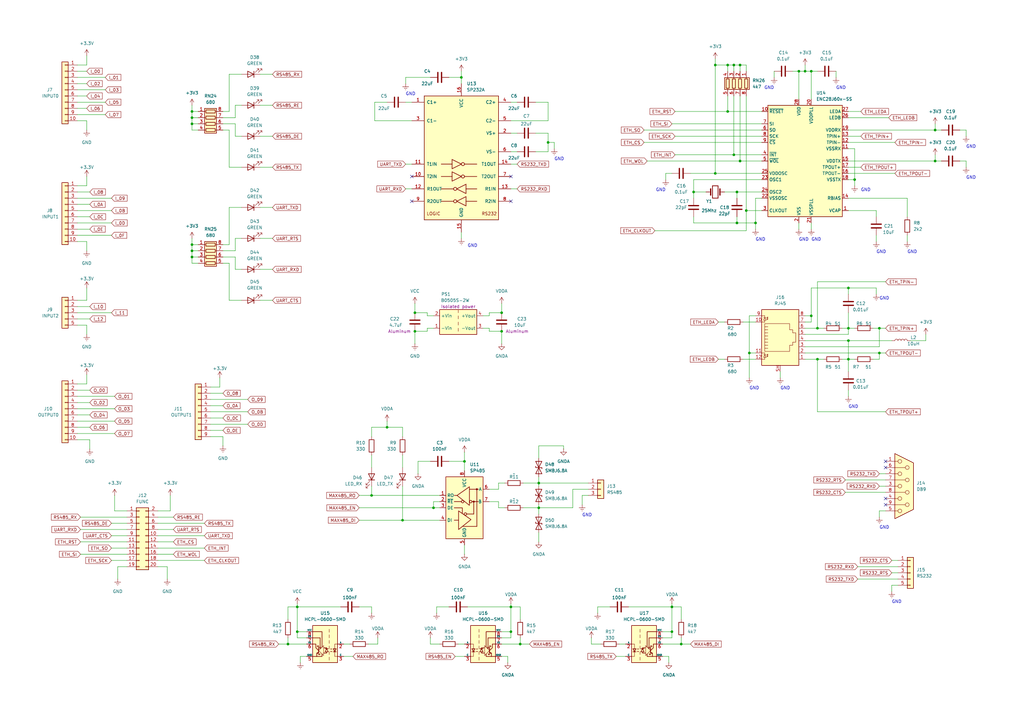
<source format=kicad_sch>
(kicad_sch (version 20231120) (generator "eeschema") (generator_version "8.0")
  (paper "A3")
  (lib_symbols
    (symbol "+24V_1" (power) (pin_numbers hide) (pin_names (offset 0) hide)
      (property "Value" "+24V" (at 0 3.556 0))
      (symbol "+24V_1_1_1"
        (pin power_in line (at 0 0 90) (length 0) (name "~") (number "1"))
      )
    )
    (symbol "+24V_2" (power) (pin_numbers hide) (pin_names (offset 0) hide)
      (property "Value" "+24V" (at 0 3.556 0))
      (symbol "+24V_2_1_1"
        (pin power_in line (at 0 0 90) (length 0) (name "~") (number "1"))
      )
    )
    (symbol "+3.3V_1" (power) (pin_numbers hide) (pin_names (offset 0) hide)
      (property "Value" "+3.3V" (at 0 3.556 0))
      (symbol "+3.3V_1_1_1"
        (pin power_in line (at 0 0 90) (length 0) (name "~") (number "1"))
      )
    )
    (symbol "Connector:DB9_Female" (pin_names (offset 1.016) hide)
      (property "Reference" "J" (at 0 13.97 0))
      (property "Value" "DB9_Female" (at 0 -14.605 0))
      (symbol "DB9_Female_1_1"
        (pin passive line (at -7.62 10.16 0) (length 3.81) (name "1") (number "1"))
        (pin passive line (at -7.62 5.08 0) (length 3.81) (name "2") (number "2"))
        (pin passive line (at -7.62 0 0) (length 3.81) (name "3") (number "3"))
        (pin passive line (at -7.62 -5.08 0) (length 3.81) (name "4") (number "4"))
        (pin passive line (at -7.62 -10.16 0) (length 3.81) (name "5") (number "5"))
        (pin passive line (at -7.62 7.62 0) (length 3.81) (name "6") (number "6"))
        (pin passive line (at -7.62 2.54 0) (length 3.81) (name "7") (number "7"))
        (pin passive line (at -7.62 -2.54 0) (length 3.81) (name "8") (number "8"))
        (pin passive line (at -7.62 -7.62 0) (length 3.81) (name "9") (number "9"))
      )
    )
    (symbol "Connector:RJ45_LED_Shielded" (pin_names (offset 1.016))
      (property "Reference" "J" (at -5.08 13.97 0))
      (property "Value" "RJ45_LED_Shielded" (at 1.27 13.97 0))
      (symbol "RJ45_LED_Shielded_1_1"
        (pin passive line (at 10.16 -7.62 180) (length 2.54) (name "~") (number "1"))
        (pin passive line (at -10.16 7.62 0) (length 2.54) (name "~") (number "10"))
        (pin passive line (at -10.16 -5.08 0) (length 2.54) (name "~") (number "11"))
        (pin passive line (at -10.16 -7.62 0) (length 2.54) (name "~") (number "12"))
        (pin passive line (at 10.16 -5.08 180) (length 2.54) (name "~") (number "2"))
        (pin passive line (at 10.16 -2.54 180) (length 2.54) (name "~") (number "3"))
        (pin passive line (at 10.16 0 180) (length 2.54) (name "~") (number "4"))
        (pin passive line (at 10.16 2.54 180) (length 2.54) (name "~") (number "5"))
        (pin passive line (at 10.16 5.08 180) (length 2.54) (name "~") (number "6"))
        (pin passive line (at 10.16 7.62 180) (length 2.54) (name "~") (number "7"))
        (pin passive line (at 10.16 10.16 180) (length 2.54) (name "~") (number "8"))
        (pin passive line (at -10.16 10.16 0) (length 2.54) (name "~") (number "9"))
        (pin passive line (at 0 -12.7 90) (length 2.54) (name "~") (number "SH"))
      )
    )
    (symbol "Connector_Generic:Conn_01x03" (pin_names (offset 1.016) hide)
      (property "Reference" "J" (at 0 5.08 0))
      (property "Value" "Conn_01x03" (at 0 -5.08 0))
      (symbol "Conn_01x03_1_1"
        (pin passive line (at -5.08 2.54 0) (length 3.81) (name "Pin_1") (number "1"))
        (pin passive line (at -5.08 0 0) (length 3.81) (name "Pin_2") (number "2"))
        (pin passive line (at -5.08 -2.54 0) (length 3.81) (name "Pin_3") (number "3"))
      )
    )
    (symbol "Connector_Generic:Conn_01x05" (pin_names (offset 1.016) hide)
      (property "Reference" "J" (at 0 7.62 0))
      (property "Value" "Conn_01x05" (at 0 -7.62 0))
      (symbol "Conn_01x05_1_1"
        (pin passive line (at -5.08 5.08 0) (length 3.81) (name "Pin_1") (number "1"))
        (pin passive line (at -5.08 2.54 0) (length 3.81) (name "Pin_2") (number "2"))
        (pin passive line (at -5.08 0 0) (length 3.81) (name "Pin_3") (number "3"))
        (pin passive line (at -5.08 -2.54 0) (length 3.81) (name "Pin_4") (number "4"))
        (pin passive line (at -5.08 -5.08 0) (length 3.81) (name "Pin_5") (number "5"))
      )
    )
    (symbol "Connector_Generic:Conn_01x09" (pin_names (offset 1.016) hide)
      (property "Reference" "J" (at 0 12.7 0))
      (property "Value" "Conn_01x09" (at 0 -12.7 0))
      (symbol "Conn_01x09_1_1"
        (pin passive line (at -5.08 10.16 0) (length 3.81) (name "Pin_1") (number "1"))
        (pin passive line (at -5.08 7.62 0) (length 3.81) (name "Pin_2") (number "2"))
        (pin passive line (at -5.08 5.08 0) (length 3.81) (name "Pin_3") (number "3"))
        (pin passive line (at -5.08 2.54 0) (length 3.81) (name "Pin_4") (number "4"))
        (pin passive line (at -5.08 0 0) (length 3.81) (name "Pin_5") (number "5"))
        (pin passive line (at -5.08 -2.54 0) (length 3.81) (name "Pin_6") (number "6"))
        (pin passive line (at -5.08 -5.08 0) (length 3.81) (name "Pin_7") (number "7"))
        (pin passive line (at -5.08 -7.62 0) (length 3.81) (name "Pin_8") (number "8"))
        (pin passive line (at -5.08 -10.16 0) (length 3.81) (name "Pin_9") (number "9"))
      )
    )
    (symbol "Connector_Generic:Conn_01x10" (pin_names (offset 1.016) hide)
      (property "Reference" "J" (at 0 12.7 0))
      (property "Value" "Conn_01x10" (at 0 -15.24 0))
      (symbol "Conn_01x10_1_1"
        (pin passive line (at -5.08 10.16 0) (length 3.81) (name "Pin_1") (number "1"))
        (pin passive line (at -5.08 -12.7 0) (length 3.81) (name "Pin_10") (number "10"))
        (pin passive line (at -5.08 7.62 0) (length 3.81) (name "Pin_2") (number "2"))
        (pin passive line (at -5.08 5.08 0) (length 3.81) (name "Pin_3") (number "3"))
        (pin passive line (at -5.08 2.54 0) (length 3.81) (name "Pin_4") (number "4"))
        (pin passive line (at -5.08 0 0) (length 3.81) (name "Pin_5") (number "5"))
        (pin passive line (at -5.08 -2.54 0) (length 3.81) (name "Pin_6") (number "6"))
        (pin passive line (at -5.08 -5.08 0) (length 3.81) (name "Pin_7") (number "7"))
        (pin passive line (at -5.08 -7.62 0) (length 3.81) (name "Pin_8") (number "8"))
        (pin passive line (at -5.08 -10.16 0) (length 3.81) (name "Pin_9") (number "9"))
      )
    )
    (symbol "Connector_Generic:Conn_02x10_Odd_Even" (pin_names (offset 1.016) hide)
      (property "Reference" "J" (at 1.27 12.7 0))
      (property "Value" "Conn_02x10_Odd_Even" (at 1.27 -15.24 0))
      (symbol "Conn_02x10_Odd_Even_1_1"
        (pin passive line (at -5.08 10.16 0) (length 3.81) (name "Pin_1") (number "1"))
        (pin passive line (at 7.62 0 180) (length 3.81) (name "Pin_10") (number "10"))
        (pin passive line (at -5.08 -2.54 0) (length 3.81) (name "Pin_11") (number "11"))
        (pin passive line (at 7.62 -2.54 180) (length 3.81) (name "Pin_12") (number "12"))
        (pin passive line (at -5.08 -5.08 0) (length 3.81) (name "Pin_13") (number "13"))
        (pin passive line (at 7.62 -5.08 180) (length 3.81) (name "Pin_14") (number "14"))
        (pin passive line (at -5.08 -7.62 0) (length 3.81) (name "Pin_15") (number "15"))
        (pin passive line (at 7.62 -7.62 180) (length 3.81) (name "Pin_16") (number "16"))
        (pin passive line (at -5.08 -10.16 0) (length 3.81) (name "Pin_17") (number "17"))
        (pin passive line (at 7.62 -10.16 180) (length 3.81) (name "Pin_18") (number "18"))
        (pin passive line (at -5.08 -12.7 0) (length 3.81) (name "Pin_19") (number "19"))
        (pin passive line (at 7.62 10.16 180) (length 3.81) (name "Pin_2") (number "2"))
        (pin passive line (at 7.62 -12.7 180) (length 3.81) (name "Pin_20") (number "20"))
        (pin passive line (at -5.08 7.62 0) (length 3.81) (name "Pin_3") (number "3"))
        (pin passive line (at 7.62 7.62 180) (length 3.81) (name "Pin_4") (number "4"))
        (pin passive line (at -5.08 5.08 0) (length 3.81) (name "Pin_5") (number "5"))
        (pin passive line (at 7.62 5.08 180) (length 3.81) (name "Pin_6") (number "6"))
        (pin passive line (at -5.08 2.54 0) (length 3.81) (name "Pin_7") (number "7"))
        (pin passive line (at 7.62 2.54 180) (length 3.81) (name "Pin_8") (number "8"))
        (pin passive line (at -5.08 0 0) (length 3.81) (name "Pin_9") (number "9"))
      )
    )
    (symbol "Converter_DCDC:MEE1S0303SC"
      (property "Reference" "PS" (at -7.62 6.35 0))
      (property "Value" "MEE1S0303SC" (at 1.27 6.35 0))
      (symbol "MEE1S0303SC_0_0"
        (pin power_in line (at -10.16 -2.54 0) (length 2.54) (name "-Vin") (number "1"))
        (pin power_in line (at -10.16 2.54 0) (length 2.54) (name "+Vin") (number "2"))
        (pin power_out line (at 10.16 -2.54 180) (length 2.54) (name "-Vout") (number "3"))
        (pin power_out line (at 10.16 2.54 180) (length 2.54) (name "+Vout") (number "4"))
      )
    )
    (symbol "Device:C" (pin_numbers hide) (pin_names (offset 0.254))
      (property "Reference" "C" (at 0.635 2.54 0))
      (property "Value" "C" (at 0.635 -2.54 0))
      (symbol "C_1_1"
        (pin passive line (at 0 3.81 270) (length 2.794) (name "~") (number "1"))
        (pin passive line (at 0 -3.81 90) (length 2.794) (name "~") (number "2"))
      )
    )
    (symbol "Device:Crystal" (pin_numbers hide) (pin_names (offset 1.016) hide)
      (property "Reference" "Y" (at 0 3.81 0))
      (property "Value" "Crystal" (at 0 -3.81 0))
      (symbol "Crystal_1_1"
        (pin passive line (at -3.81 0 0) (length 1.27) (name "1") (number "1"))
        (pin passive line (at 3.81 0 180) (length 1.27) (name "2") (number "2"))
      )
    )
    (symbol "Device:L" (pin_numbers hide) (pin_names (offset 1.016) hide)
      (property "Reference" "L" (at -1.27 0 90))
      (property "Value" "L" (at 1.905 0 90))
      (symbol "L_1_1"
        (pin passive line (at 0 3.81 270) (length 1.27) (name "1") (number "1"))
        (pin passive line (at 0 -3.81 90) (length 1.27) (name "2") (number "2"))
      )
    )
    (symbol "Device:LED" (pin_numbers hide) (pin_names (offset 1.016) hide)
      (property "Reference" "D" (at 0 2.54 0))
      (property "Value" "LED" (at 0 -2.54 0))
      (symbol "LED_1_1"
        (pin passive line (at -3.81 0 0) (length 2.54) (name "K") (number "1"))
        (pin passive line (at 3.81 0 180) (length 2.54) (name "A") (number "2"))
      )
    )
    (symbol "Device:R" (pin_numbers hide) (pin_names (offset 0))
      (property "Reference" "R" (at 2.032 0 90))
      (property "Value" "R" (at 0 0 90))
      (symbol "R_1_1"
        (pin passive line (at 0 3.81 270) (length 1.27) (name "~") (number "1"))
        (pin passive line (at 0 -3.81 90) (length 1.27) (name "~") (number "2"))
      )
    )
    (symbol "Device:R_Pack04" (pin_names (offset 0) hide)
      (property "Reference" "RN" (at -7.62 0 90))
      (property "Value" "R_Pack04" (at 5.08 0 90))
      (symbol "R_Pack04_1_1"
        (pin passive line (at -5.08 -5.08 90) (length 2.54) (name "R1.1") (number "1"))
        (pin passive line (at -2.54 -5.08 90) (length 2.54) (name "R2.1") (number "2"))
        (pin passive line (at 0 -5.08 90) (length 2.54) (name "R3.1") (number "3"))
        (pin passive line (at 2.54 -5.08 90) (length 2.54) (name "R4.1") (number "4"))
        (pin passive line (at 2.54 5.08 270) (length 2.54) (name "R4.2") (number "5"))
        (pin passive line (at 0 5.08 270) (length 2.54) (name "R3.2") (number "6"))
        (pin passive line (at -2.54 5.08 270) (length 2.54) (name "R2.2") (number "7"))
        (pin passive line (at -5.08 5.08 270) (length 2.54) (name "R1.2") (number "8"))
      )
    )
    (symbol "Diode:1.5SMCxxCA" (pin_numbers hide) (pin_names (offset 1.016) hide)
      (property "Reference" "D" (at 0 2.54 0))
      (property "Value" "1.5SMCxxCA" (at 0 -2.54 0))
      (symbol "1.5SMCxxCA_1_1"
        (pin passive line (at -3.81 0 0) (length 2.54) (name "A1") (number "1"))
        (pin passive line (at 3.81 0 180) (length 2.54) (name "A2") (number "2"))
      )
    )
    (symbol "GNDREF_1" (power) (pin_numbers hide) (pin_names (offset 0) hide)
      (property "Value" "GNDREF" (at 0 -3.81 0))
      (symbol "GNDREF_1_1_1"
        (pin power_in line (at 0 0 270) (length 0) (name "~") (number "1"))
      )
    )
    (symbol "GNDREF_2" (power) (pin_numbers hide) (pin_names (offset 0) hide)
      (property "Value" "GNDREF" (at 0 -3.81 0))
      (symbol "GNDREF_2_1_1"
        (pin power_in line (at 0 0 270) (length 0) (name "~") (number "1"))
      )
    )
    (symbol "GNDREF_3" (power) (pin_numbers hide) (pin_names (offset 0) hide)
      (property "Value" "GNDREF" (at 0 -3.81 0))
      (symbol "GNDREF_3_1_1"
        (pin power_in line (at 0 0 270) (length 0) (name "~") (number "1"))
      )
    )
    (symbol "GNDREF_4" (power) (pin_numbers hide) (pin_names (offset 0) hide)
      (property "Value" "GNDREF" (at 0 -3.81 0))
      (symbol "GNDREF_4_1_1"
        (pin power_in line (at 0 0 270) (length 0) (name "~") (number "1"))
      )
    )
    (symbol "GNDREF_5" (power) (pin_numbers hide) (pin_names (offset 0) hide)
      (property "Value" "GNDREF" (at 0 -3.81 0))
      (symbol "GNDREF_5_1_1"
        (pin power_in line (at 0 0 270) (length 0) (name "~") (number "1"))
      )
    )
    (symbol "GNDREF_7" (power) (pin_numbers hide) (pin_names (offset 0) hide)
      (property "Value" "GNDREF" (at 0 -3.81 0))
      (symbol "GNDREF_7_1_1"
        (pin power_in line (at 0 0 270) (length 0) (name "~") (number "1"))
      )
    )
    (symbol "GNDREF_8" (power) (pin_numbers hide) (pin_names (offset 0) hide)
      (property "Value" "GNDREF" (at 0 -3.81 0))
      (symbol "GNDREF_8_1_1"
        (pin power_in line (at 0 0 270) (length 0) (name "~") (number "1"))
      )
    )
    (symbol "GNDREF_9" (power) (pin_numbers hide) (pin_names (offset 0) hide)
      (property "Value" "GNDREF" (at 0 -3.81 0))
      (symbol "GNDREF_9_1_1"
        (pin power_in line (at 0 0 270) (length 0) (name "~") (number "1"))
      )
    )
    (symbol "Interface_Ethernet:ENC28J60x-SS"
      (property "Reference" "U" (at -13.97 24.13 0))
      (property "Value" "ENC28J60x-SS" (at 5.08 24.13 0))
      (symbol "ENC28J60x-SS_1_1"
        (pin input line (at 17.78 -20.32 180) (length 2.54) (name "VCAP") (number "1"))
        (pin input line (at -17.78 20.32 0) (length 2.54) (name "~{RESET}") (number "10"))
        (pin power_in line (at 17.78 5.08 180) (length 2.54) (name "VSSRX") (number "11"))
        (pin input line (at 17.78 7.62 180) (length 2.54) (name "TPIN-") (number "12"))
        (pin input line (at 17.78 10.16 180) (length 2.54) (name "TPIN+") (number "13"))
        (pin input line (at 17.78 -15.24 180) (length 2.54) (name "RBIAS") (number "14"))
        (pin power_in line (at 17.78 0 180) (length 2.54) (name "VDDTX") (number "15"))
        (pin output line (at 17.78 -5.08 180) (length 2.54) (name "TPOUT-") (number "16"))
        (pin output line (at 17.78 -2.54 180) (length 2.54) (name "TPOUT+") (number "17"))
        (pin power_in line (at 17.78 -7.62 180) (length 2.54) (name "VSSTX") (number "18"))
        (pin power_in line (at 17.78 12.7 180) (length 2.54) (name "VDDRX") (number "19"))
        (pin power_in line (at -2.54 -25.4 90) (length 2.54) (name "VSS") (number "2"))
        (pin power_in line (at 2.54 25.4 270) (length 2.54) (name "VDDPLL") (number "20"))
        (pin power_in line (at 2.54 -25.4 90) (length 2.54) (name "VSSPLL") (number "21"))
        (pin power_in line (at -17.78 -15.24 0) (length 2.54) (name "VSSOSC") (number "22"))
        (pin input line (at -17.78 -7.62 0) (length 2.54) (name "OSC1") (number "23"))
        (pin input line (at -17.78 -12.7 0) (length 2.54) (name "OSC2") (number "24"))
        (pin power_in line (at -17.78 -5.08 0) (length 2.54) (name "VDDOSC") (number "25"))
        (pin output line (at 17.78 17.78 180) (length 2.54) (name "LEDB") (number "26"))
        (pin output line (at 17.78 20.32 180) (length 2.54) (name "LEDA") (number "27"))
        (pin power_in line (at -2.54 25.4 270) (length 2.54) (name "VDD") (number "28"))
        (pin output line (at -17.78 -20.32 0) (length 2.54) (name "CLKOUT") (number "3"))
        (pin output line (at -17.78 2.54 0) (length 2.54) (name "~{INT}") (number "4"))
        (pin output line (at -17.78 0 0) (length 2.54) (name "~{WOL}") (number "5"))
        (pin output line (at -17.78 12.7 0) (length 2.54) (name "SO") (number "6"))
        (pin input line (at -17.78 15.24 0) (length 2.54) (name "SI") (number "7"))
        (pin input line (at -17.78 10.16 0) (length 2.54) (name "SCK") (number "8"))
        (pin input line (at -17.78 7.62 0) (length 2.54) (name "~{CS}") (number "9"))
      )
    )
    (symbol "Interface_UART:MAX3232" (pin_names (offset 1.016))
      (property "Reference" "U" (at -2.54 28.575 0))
      (property "Value" "MAX3232" (at -2.54 26.67 0))
      (symbol "MAX3232_0_0"
        (text "LOGIC" (at -11.43 -22.86 0) (effects (font (size 1.27 1.27))))
        (text "RS232" (at 11.43 -22.86 0) (effects (font (size 1.27 1.27))))
      )
      (symbol "MAX3232_1_1"
        (pin passive line (at -20.32 22.86 0) (length 5.08) (name "C1+") (number "1"))
        (pin input line (at -20.32 -7.62 0) (length 5.08) (name "T2IN") (number "10"))
        (pin input line (at -20.32 -2.54 0) (length 5.08) (name "T1IN") (number "11"))
        (pin output line (at -20.32 -12.7 0) (length 5.08) (name "R1OUT") (number "12"))
        (pin input line (at 20.32 -12.7 180) (length 5.08) (name "R1IN") (number "13"))
        (pin output line (at 20.32 -2.54 180) (length 5.08) (name "T1OUT") (number "14"))
        (pin power_in line (at 0 -30.48 90) (length 5.08) (name "GND") (number "15"))
        (pin power_in line (at 0 30.48 270) (length 5.08) (name "VCC") (number "16"))
        (pin power_out line (at 20.32 10.16 180) (length 5.08) (name "VS+") (number "2"))
        (pin passive line (at -20.32 15.24 0) (length 5.08) (name "C1-") (number "3"))
        (pin passive line (at 20.32 22.86 180) (length 5.08) (name "C2+") (number "4"))
        (pin passive line (at 20.32 15.24 180) (length 5.08) (name "C2-") (number "5"))
        (pin power_out line (at 20.32 2.54 180) (length 5.08) (name "VS-") (number "6"))
        (pin output line (at 20.32 -7.62 180) (length 5.08) (name "T2OUT") (number "7"))
        (pin input line (at 20.32 -17.78 180) (length 5.08) (name "R2IN") (number "8"))
        (pin output line (at -20.32 -17.78 0) (length 5.08) (name "R2OUT") (number "9"))
      )
    )
    (symbol "Isolator:HCPL-061A" (pin_names (offset 0))
      (property "Reference" "U" (at -4.064 8.89 0))
      (property "Value" "HCPL-061A" (at 0.254 -9.144 0))
      (symbol "HCPL-061A_1_1"
        (pin no_connect line (at -5.08 5.08 0) (length 2.54) hide (name "NC") (number "1"))
        (pin passive line (at -7.62 0 0) (length 2.54) (name "A") (number "2"))
        (pin passive line (at -7.62 -5.08 0) (length 2.54) (name "C") (number "3"))
        (pin power_in line (at 7.62 -5.08 180) (length 2.54) (name "GND") (number "5"))
        (pin open_collector line (at 7.62 0 180) (length 2.54) (name "VO") (number "6"))
        (pin input line (at 7.62 2.54 180) (length 2.54) (name "EN") (number "7"))
        (pin power_in line (at 7.62 5.08 180) (length 2.54) (name "VCC") (number "8"))
      )
    )
    (symbol "SP3485CN_1"
      (property "Reference" "U" (at -7.62 13.97 0))
      (property "Value" "SP3485CN" (at 1.905 13.97 0))
      (symbol "SP3485CN_1_1_1"
        (pin output line (at -10.16 5.08 0) (length 2.54) (name "RO") (number "1"))
        (pin input line (at -10.16 2.54 0) (length 2.54) (name "~{RE}") (number "2"))
        (pin input line (at -10.16 0 0) (length 2.54) (name "DE") (number "3"))
        (pin input line (at -10.16 -5.08 0) (length 2.54) (name "DI") (number "4"))
        (pin power_in line (at 0 -15.24 90) (length 2.54) (name "GND") (number "5"))
        (pin bidirectional line (at 10.16 7.62 180) (length 2.54) (name "A") (number "6"))
        (pin bidirectional line (at 10.16 2.54 180) (length 2.54) (name "B") (number "7"))
        (pin power_in line (at 0 15.24 270) (length 2.54) (name "VCC") (number "8"))
      )
    )
    (symbol "power:+3.3V" (power) (pin_names (offset 0))
      (property "Value" "+3.3V" (at 0 3.556 0))
      (symbol "+3.3V_1_1"
        (pin power_in line (at 0 0 90) (length 0) hide (name "+3V3") (number "1"))
      )
    )
    (symbol "power:GNDA" (power) (pin_numbers hide) (pin_names (offset 0) hide)
      (property "Value" "GNDA" (at 0 -3.81 0))
      (symbol "GNDA_1_1"
        (pin power_in line (at 0 0 270) (length 0) (name "~") (number "1"))
      )
    )
    (symbol "power:GNDREF" (power) (pin_names (offset 0))
      (property "Value" "GNDREF" (at 0 -3.81 0))
      (symbol "GNDREF_1_1"
        (pin power_in line (at 0 0 270) (length 0) hide (name "GNDREF") (number "1"))
      )
    )
    (symbol "power:VCC" (power) (pin_numbers hide) (pin_names (offset 0) hide)
      (property "Value" "VCC" (at 0 3.556 0))
      (symbol "VCC_1_1"
        (pin power_in line (at 0 0 90) (length 0) (name "~") (number "1"))
      )
    )
    (symbol "power:VDDA" (power) (pin_numbers hide) (pin_names (offset 0) hide)
      (property "Value" "VDDA" (at 0 3.556 0))
      (symbol "VDDA_1_1"
        (pin power_in line (at 0 0 90) (length 0) (name "~") (number "1"))
      )
    )
  )
  (junction (at 190.5 189.23))
  (junction (at 177.8 208.28))
  (junction (at 189.23 31.75))
  (junction (at 298.45 45.72))
  (junction (at 78.74 50.8))
  (junction (at 332.74 29.21))
  (junction (at 170.18 135.89))
  (junction (at 303.53 66.04))
  (junction (at 78.74 100.33))
  (junction (at 298.45 26.67))
  (junction (at 205.74 135.89))
  (junction (at 347.98 118.11))
  (junction (at 335.28 134.62))
  (junction (at 383.54 66.04))
  (junction (at 302.26 91.44))
  (junction (at 170.18 128.27))
  (junction (at 335.28 147.32))
  (junction (at 209.55 248.92))
  (junction (at 347.98 139.7))
  (junction (at 293.37 26.67))
  (junction (at 347.98 134.62))
  (junction (at 213.36 264.16))
  (junction (at 275.59 248.92))
  (junction (at 220.98 208.28))
  (junction (at 78.74 105.41))
  (junction (at 360.68 144.78))
  (junction (at 302.26 78.74))
  (junction (at 78.74 45.72))
  (junction (at 300.99 26.67))
  (junction (at 121.92 248.92))
  (junction (at 209.55 259.08))
  (junction (at 303.53 26.67))
  (junction (at 220.98 198.12))
  (junction (at 165.1 213.36))
  (junction (at 309.88 91.44))
  (junction (at 306.07 86.36))
  (junction (at 293.37 71.12))
  (junction (at 279.4 264.16))
  (junction (at 158.75 175.26))
  (junction (at 307.34 144.78))
  (junction (at 332.74 129.54))
  (junction (at 347.98 147.32))
  (junction (at 275.59 259.08))
  (junction (at 350.52 73.66))
  (junction (at 300.99 63.5))
  (junction (at 224.79 58.42))
  (junction (at 121.92 259.08))
  (junction (at 330.2 29.21))
  (junction (at 327.66 29.21))
  (junction (at 78.74 102.87))
  (junction (at 118.11 264.16))
  (junction (at 284.48 78.74))
  (junction (at 205.74 128.27))
  (junction (at 360.68 134.62))
  (junction (at 383.54 53.34))
  (junction (at 78.74 48.26))
  (junction (at 152.4 203.2))
  (no_connect (at 168.91 82.55))
  (no_connect (at 363.22 189.23))
  (no_connect (at 168.91 72.39))
  (no_connect (at 363.22 204.47))
  (no_connect (at 363.22 207.01))
  (no_connect (at 209.55 72.39))
  (no_connect (at 209.55 82.55))
  (no_connect (at 363.22 191.77))
  (wire (pts (xy 300.99 63.5) (xy 276.86 63.5)))
  (wire (pts (xy 118.11 248.92) (xy 121.92 248.92)))
  (wire (pts (xy 106.68 85.09) (xy 111.76 85.09)))
  (wire (pts (xy 31.75 41.91) (xy 43.18 41.91)))
  (wire (pts (xy 96.52 97.79) (xy 99.06 97.79)))
  (wire (pts (xy 307.34 129.54) (xy 307.34 144.78)))
  (wire (pts (xy 300.99 26.67) (xy 300.99 29.21)))
  (wire (pts (xy 393.7 53.34) (xy 396.24 53.34)))
  (wire (pts (xy 46.99 203.2) (xy 46.99 209.55)))
  (wire (pts (xy 158.75 41.91) (xy 153.67 41.91)))
  (wire (pts (xy 106.68 97.79) (xy 111.76 97.79)))
  (wire (pts (xy 31.75 39.37) (xy 35.56 39.37)))
  (wire (pts (xy 45.72 219.71) (xy 52.07 219.71)))
  (wire (pts (xy 78.74 100.33) (xy 78.74 102.87)))
  (wire (pts (xy 176.53 264.16) (xy 180.34 264.16)))
  (wire (pts (xy 306.07 29.21) (xy 306.07 26.67)))
  (wire (pts (xy 224.79 49.53) (xy 224.79 41.91)))
  (wire (pts (xy 372.11 88.9) (xy 372.11 81.28)))
  (wire (pts (xy 96.52 110.49) (xy 96.52 105.41)))
  (wire (pts (xy 31.75 172.72) (xy 46.99 172.72)))
  (wire (pts (xy 86.36 168.91) (xy 101.6 168.91)))
  (wire (pts (xy 209.55 62.23) (xy 212.09 62.23)))
  (wire (pts (xy 276.86 45.72) (xy 298.45 45.72)))
  (wire (pts (xy 175.26 129.54) (xy 175.26 128.27)))
  (wire (pts (xy 81.28 100.33) (xy 78.74 100.33)))
  (wire (pts (xy 31.75 26.67) (xy 35.56 26.67)))
  (wire (pts (xy 330.2 29.21) (xy 332.74 29.21)))
  (wire (pts (xy 379.73 137.16) (xy 379.73 139.7)))
  (wire (pts (xy 273.05 71.12) (xy 273.05 73.66)))
  (wire (pts (xy 170.18 135.89) (xy 170.18 140.97)))
  (wire (pts (xy 284.48 73.66) (xy 284.48 78.74)))
  (wire (pts (xy 245.11 248.92) (xy 245.11 251.46)))
  (wire (pts (xy 31.75 128.27) (xy 45.72 128.27)))
  (wire (pts (xy 165.1 175.26) (xy 165.1 179.07)))
  (wire (pts (xy 220.98 187.96) (xy 220.98 182.88)))
  (wire (pts (xy 78.74 45.72) (xy 78.74 48.26)))
  (wire (pts (xy 152.4 175.26) (xy 158.75 175.26)))
  (wire (pts (xy 91.44 48.26) (xy 96.52 48.26)))
  (wire (pts (xy 158.75 172.72) (xy 158.75 175.26)))
  (wire (pts (xy 158.75 175.26) (xy 165.1 175.26)))
  (wire (pts (xy 365.76 229.87) (xy 368.3 229.87)))
  (wire (pts (xy 330.2 26.67) (xy 330.2 29.21)))
  (wire (pts (xy 330.2 142.24) (xy 360.68 142.24)))
  (wire (pts (xy 31.75 91.44) (xy 45.72 91.44)))
  (wire (pts (xy 64.77 214.63) (xy 83.82 214.63)))
  (wire (pts (xy 106.68 43.18) (xy 111.76 43.18)))
  (wire (pts (xy 347.98 134.62) (xy 347.98 137.16)))
  (wire (pts (xy 214.63 208.28) (xy 220.98 208.28)))
  (wire (pts (xy 175.26 135.89) (xy 170.18 135.89)))
  (wire (pts (xy 69.85 203.2) (xy 69.85 209.55)))
  (wire (pts (xy 93.98 107.95) (xy 93.98 123.19)))
  (wire (pts (xy 327.66 91.44) (xy 327.66 93.98)))
  (wire (pts (xy 242.57 261.62) (xy 242.57 264.16)))
  (wire (pts (xy 360.68 144.78) (xy 363.22 144.78)))
  (wire (pts (xy 250.19 248.92) (xy 245.11 248.92)))
  (wire (pts (xy 360.68 134.62) (xy 363.22 134.62)))
  (wire (pts (xy 345.44 147.32) (xy 347.98 147.32)))
  (wire (pts (xy 96.52 105.41) (xy 91.44 105.41)))
  (wire (pts (xy 360.68 199.39) (xy 363.22 199.39)))
  (wire (pts (xy 220.98 208.28) (xy 220.98 210.82)))
  (wire (pts (xy 209.55 248.92) (xy 209.55 259.08)))
  (wire (pts (xy 118.11 264.16) (xy 125.73 264.16)))
  (wire (pts (xy 121.92 261.62) (xy 125.73 261.62)))
  (wire (pts (xy 152.4 199.39) (xy 152.4 203.2)))
  (wire (pts (xy 360.68 209.55) (xy 360.68 212.09)))
  (wire (pts (xy 35.56 153.67) (xy 35.56 157.48)))
  (wire (pts (xy 304.8 147.32) (xy 309.88 147.32)))
  (wire (pts (xy 347.98 81.28) (xy 372.11 81.28)))
  (wire (pts (xy 64.77 222.25) (xy 71.12 222.25)))
  (wire (pts (xy 152.4 248.92) (xy 152.4 251.46)))
  (wire (pts (xy 31.75 34.29) (xy 35.56 34.29)))
  (wire (pts (xy 96.52 43.18) (xy 99.06 43.18)))
  (wire (pts (xy 332.74 129.54) (xy 332.74 118.11)))
  (wire (pts (xy 275.59 71.12) (xy 273.05 71.12)))
  (wire (pts (xy 78.74 43.18) (xy 78.74 45.72)))
  (wire (pts (xy 166.37 41.91) (xy 168.91 41.91)))
  (wire (pts (xy 33.02 227.33) (xy 52.07 227.33)))
  (wire (pts (xy 213.36 254) (xy 213.36 248.92)))
  (wire (pts (xy 165.1 213.36) (xy 180.34 213.36)))
  (wire (pts (xy 99.06 110.49) (xy 96.52 110.49)))
  (wire (pts (xy 347.98 53.34) (xy 383.54 53.34)))
  (wire (pts (xy 284.48 78.74) (xy 289.56 78.74)))
  (wire (pts (xy 306.07 86.36) (xy 306.07 94.615)))
  (wire (pts (xy 275.59 261.62) (xy 271.78 261.62)))
  (wire (pts (xy 298.45 26.67) (xy 293.37 26.67)))
  (wire (pts (xy 241.3 203.2) (xy 238.76 203.2)))
  (wire (pts (xy 165.1 199.39) (xy 165.1 213.36)))
  (wire (pts (xy 372.11 96.52) (xy 372.11 99.06)))
  (wire (pts (xy 179.07 248.92) (xy 179.07 251.46)))
  (wire (pts (xy 204.47 198.12) (xy 207.01 198.12)))
  (wire (pts (xy 31.75 44.45) (xy 35.56 44.45)))
  (wire (pts (xy 220.98 195.58) (xy 220.98 198.12)))
  (wire (pts (xy 35.56 99.06) (xy 35.56 102.87)))
  (wire (pts (xy 86.36 176.53) (xy 91.44 176.53)))
  (wire (pts (xy 379.73 139.7) (xy 373.38 139.7)))
  (wire (pts (xy 204.47 208.28) (xy 207.01 208.28)))
  (wire (pts (xy 303.53 66.04) (xy 312.42 66.04)))
  (wire (pts (xy 147.32 213.36) (xy 165.1 213.36)))
  (wire (pts (xy 64.77 219.71) (xy 83.82 219.71)))
  (wire (pts (xy 351.79 237.49) (xy 368.3 237.49)))
  (wire (pts (xy 190.5 264.16) (xy 187.96 264.16)))
  (wire (pts (xy 347.98 139.7) (xy 347.98 147.32)))
  (wire (pts (xy 93.98 123.19) (xy 99.06 123.19)))
  (wire (pts (xy 335.28 134.62) (xy 337.82 134.62)))
  (wire (pts (xy 279.4 264.16) (xy 271.78 264.16)))
  (wire (pts (xy 363.22 209.55) (xy 360.68 209.55)))
  (wire (pts (xy 52.07 232.41) (xy 48.26 232.41)))
  (wire (pts (xy 307.34 144.78) (xy 307.34 154.94)))
  (wire (pts (xy 350.52 60.96) (xy 350.52 73.66)))
  (wire (pts (xy 189.23 29.21) (xy 189.23 31.75)))
  (wire (pts (xy 81.28 50.8) (xy 78.74 50.8)))
  (wire (pts (xy 91.44 179.07) (xy 91.44 182.88)))
  (wire (pts (xy 220.98 207.01) (xy 220.98 208.28)))
  (wire (pts (xy 35.56 133.35) (xy 35.56 137.16)))
  (wire (pts (xy 332.74 132.08) (xy 332.74 129.54)))
  (wire (pts (xy 198.12 129.54) (xy 200.66 129.54)))
  (wire (pts (xy 309.88 144.78) (xy 307.34 144.78)))
  (wire (pts (xy 86.36 171.45) (xy 91.44 171.45)))
  (wire (pts (xy 330.2 137.16) (xy 347.98 137.16)))
  (wire (pts (xy 184.15 31.75) (xy 189.23 31.75)))
  (wire (pts (xy 309.88 91.44) (xy 309.88 93.98)))
  (wire (pts (xy 121.92 247.65) (xy 121.92 248.92)))
  (wire (pts (xy 175.26 134.62) (xy 175.26 135.89)))
  (wire (pts (xy 220.98 208.28) (xy 234.95 208.28)))
  (wire (pts (xy 31.75 83.82) (xy 36.83 83.82)))
  (wire (pts (xy 86.36 161.29) (xy 91.44 161.29)))
  (wire (pts (xy 345.44 134.62) (xy 347.98 134.62)))
  (wire (pts (xy 106.68 30.48) (xy 111.76 30.48)))
  (wire (pts (xy 396.24 66.04) (xy 396.24 68.58)))
  (wire (pts (xy 347.98 160.02) (xy 347.98 162.56)))
  (wire (pts (xy 283.21 264.16) (xy 279.4 264.16)))
  (wire (pts (xy 31.75 86.36) (xy 45.72 86.36)))
  (wire (pts (xy 309.88 81.28) (xy 312.42 81.28)))
  (wire (pts (xy 347.98 66.04) (xy 383.54 66.04)))
  (wire (pts (xy 177.8 205.74) (xy 177.8 208.28)))
  (wire (pts (xy 140.97 264.16) (xy 143.51 264.16)))
  (wire (pts (xy 31.75 123.19) (xy 35.56 123.19)))
  (wire (pts (xy 330.2 134.62) (xy 335.28 134.62)))
  (wire (pts (xy 347.98 139.7) (xy 365.76 139.7)))
  (wire (pts (xy 220.98 218.44) (xy 220.98 222.25)))
  (wire (pts (xy 35.56 49.53) (xy 35.56 53.34)))
  (wire (pts (xy 189.23 31.75) (xy 189.23 34.29)))
  (wire (pts (xy 31.75 177.8) (xy 46.99 177.8)))
  (wire (pts (xy 31.75 175.26) (xy 36.83 175.26)))
  (wire (pts (xy 31.75 130.81) (xy 36.83 130.81)))
  (wire (pts (xy 213.36 261.62) (xy 213.36 264.16)))
  (wire (pts (xy 31.75 96.52) (xy 45.72 96.52)))
  (wire (pts (xy 184.15 248.92) (xy 179.07 248.92)))
  (wire (pts (xy 360.68 134.62) (xy 360.68 142.24)))
  (wire (pts (xy 302.26 88.9) (xy 302.26 91.44)))
  (wire (pts (xy 256.54 269.24) (xy 252.73 269.24)))
  (wire (pts (xy 359.41 120.65) (xy 359.41 118.11)))
  (wire (pts (xy 365.76 234.95) (xy 368.3 234.95)))
  (wire (pts (xy 300.99 63.5) (xy 312.42 63.5)))
  (wire (pts (xy 91.44 102.87) (xy 96.52 102.87)))
  (wire (pts (xy 359.41 86.36) (xy 347.98 86.36)))
  (wire (pts (xy 200.66 128.27) (xy 205.74 128.27)))
  (wire (pts (xy 154.94 261.62) (xy 154.94 264.16)))
  (wire (pts (xy 209.55 259.08) (xy 209.55 261.62)))
  (wire (pts (xy 180.34 205.74) (xy 177.8 205.74)))
  (wire (pts (xy 213.36 264.16) (xy 205.74 264.16)))
  (wire (pts (xy 45.72 229.87) (xy 52.07 229.87)))
  (wire (pts (xy 303.53 26.67) (xy 303.53 29.21)))
  (wire (pts (xy 177.8 208.28) (xy 180.34 208.28)))
  (wire (pts (xy 360.68 144.78) (xy 360.68 147.32)))
  (wire (pts (xy 176.53 31.75) (xy 166.37 31.75)))
  (wire (pts (xy 279.4 248.92) (xy 275.59 248.92)))
  (wire (pts (xy 347.98 45.72) (xy 353.06 45.72)))
  (wire (pts (xy 293.37 71.12) (xy 293.37 26.67)))
  (wire (pts (xy 31.75 31.75) (xy 43.18 31.75)))
  (wire (pts (xy 284.48 78.74) (xy 284.48 81.28)))
  (wire (pts (xy 363.22 115.57) (xy 335.28 115.57)))
  (wire (pts (xy 205.74 124.46) (xy 205.74 128.27)))
  (wire (pts (xy 78.74 48.26) (xy 81.28 48.26)))
  (wire (pts (xy 93.98 53.34) (xy 93.98 68.58)))
  (wire (pts (xy 330.2 144.78) (xy 360.68 144.78)))
  (wire (pts (xy 347.98 120.65) (xy 347.98 118.11)))
  (wire (pts (xy 125.73 269.24) (xy 123.19 269.24)))
  (wire (pts (xy 175.26 128.27) (xy 170.18 128.27)))
  (wire (pts (xy 91.44 45.72) (xy 93.98 45.72)))
  (wire (pts (xy 35.56 123.19) (xy 35.56 118.11)))
  (wire (pts (xy 209.55 49.53) (xy 224.79 49.53)))
  (wire (pts (xy 335.28 29.21) (xy 332.74 29.21)))
  (wire (pts (xy 96.52 50.8) (xy 91.44 50.8)))
  (wire (pts (xy 297.18 78.74) (xy 302.26 78.74)))
  (wire (pts (xy 346.71 196.85) (xy 363.22 196.85)))
  (wire (pts (xy 209.55 248.92) (xy 191.77 248.92)))
  (wire (pts (xy 306.07 26.67) (xy 303.53 26.67)))
  (wire (pts (xy 219.71 54.61) (xy 224.79 54.61)))
  (wire (pts (xy 31.75 46.99) (xy 43.18 46.99)))
  (wire (pts (xy 118.11 254) (xy 118.11 248.92)))
  (wire (pts (xy 383.54 53.34) (xy 386.08 53.34)))
  (wire (pts (xy 46.99 209.55) (xy 52.07 209.55)))
  (wire (pts (xy 86.36 179.07) (xy 91.44 179.07)))
  (wire (pts (xy 176.53 189.23) (xy 171.45 189.23)))
  (wire (pts (xy 234.95 208.28) (xy 234.95 200.66)))
  (wire (pts (xy 330.2 132.08) (xy 332.74 132.08)))
  (wire (pts (xy 86.36 158.75) (xy 90.17 158.75)))
  (wire (pts (xy 147.32 203.2) (xy 152.4 203.2)))
  (wire (pts (xy 177.8 134.62) (xy 175.26 134.62)))
  (wire (pts (xy 78.74 50.8) (xy 78.74 48.26)))
  (wire (pts (xy 200.66 135.89) (xy 205.74 135.89)))
  (wire (pts (xy 190.5 189.23) (xy 190.5 193.04)))
  (wire (pts (xy 176.53 261.62) (xy 176.53 264.16)))
  (wire (pts (xy 166.37 67.31) (xy 168.91 67.31)))
  (wire (pts (xy 81.28 105.41) (xy 78.74 105.41)))
  (wire (pts (xy 93.98 30.48) (xy 99.06 30.48)))
  (wire (pts (xy 152.4 186.69) (xy 152.4 191.77)))
  (wire (pts (xy 106.68 123.19) (xy 111.76 123.19)))
  (wire (pts (xy 347.98 68.58) (xy 353.06 68.58)))
  (wire (pts (xy 279.4 254) (xy 279.4 248.92)))
  (wire (pts (xy 300.99 39.37) (xy 300.99 63.5)))
  (wire (pts (xy 45.72 224.79) (xy 52.07 224.79)))
  (wire (pts (xy 359.41 96.52) (xy 359.41 99.06)))
  (wire (pts (xy 264.16 53.34) (xy 312.42 53.34)))
  (wire (pts (xy 298.45 39.37) (xy 298.45 45.72)))
  (wire (pts (xy 234.95 200.66) (xy 241.3 200.66)))
  (wire (pts (xy 212.09 67.31) (xy 209.55 67.31)))
  (wire (pts (xy 64.77 217.17) (xy 71.12 217.17)))
  (wire (pts (xy 208.28 269.24) (xy 208.28 271.78)))
  (wire (pts (xy 217.17 264.16) (xy 213.36 264.16)))
  (wire (pts (xy 121.92 248.92) (xy 139.7 248.92)))
  (wire (pts (xy 304.8 132.08) (xy 309.88 132.08)))
  (wire (pts (xy 383.54 63.5) (xy 383.54 66.04)))
  (wire (pts (xy 31.75 76.2) (xy 35.56 76.2)))
  (wire (pts (xy 242.57 264.16) (xy 246.38 264.16)))
  (wire (pts (xy 33.02 212.09) (xy 52.07 212.09)))
  (wire (pts (xy 350.52 73.66) (xy 350.52 76.2)))
  (wire (pts (xy 121.92 259.08) (xy 125.73 259.08)))
  (wire (pts (xy 86.36 166.37) (xy 91.44 166.37)))
  (wire (pts (xy 360.68 194.31) (xy 363.22 194.31)))
  (wire (pts (xy 293.37 24.13) (xy 293.37 26.67)))
  (wire (pts (xy 31.75 81.28) (xy 45.72 81.28)))
  (wire (pts (xy 31.75 165.1) (xy 36.83 165.1)))
  (wire (pts (xy 298.45 26.67) (xy 298.45 29.21)))
  (wire (pts (xy 309.88 81.28) (xy 309.88 91.44)))
  (wire (pts (xy 302.26 91.44) (xy 309.88 91.44)))
  (wire (pts (xy 205.74 135.89) (xy 205.74 140.97)))
  (wire (pts (xy 200.66 129.54) (xy 200.66 128.27)))
  (wire (pts (xy 93.98 45.72) (xy 93.98 30.48)))
  (wire (pts (xy 360.68 147.32) (xy 358.14 147.32)))
  (wire (pts (xy 396.24 53.34) (xy 396.24 55.88)))
  (wire (pts (xy 45.72 214.63) (xy 52.07 214.63)))
  (wire (pts (xy 31.75 162.56) (xy 46.99 162.56)))
  (wire (pts (xy 383.54 66.04) (xy 386.08 66.04)))
  (wire (pts (xy 64.77 232.41) (xy 68.58 232.41)))
  (wire (pts (xy 307.34 129.54) (xy 309.88 129.54)))
  (wire (pts (xy 274.32 269.24) (xy 274.32 271.78)))
  (wire (pts (xy 220.98 198.12) (xy 241.3 198.12)))
  (wire (pts (xy 31.75 157.48) (xy 35.56 157.48)))
  (wire (pts (xy 275.59 248.92) (xy 257.81 248.92)))
  (wire (pts (xy 212.09 77.47) (xy 209.55 77.47)))
  (wire (pts (xy 335.28 168.91) (xy 335.28 147.32)))
  (wire (pts (xy 90.17 158.75) (xy 90.17 154.94)))
  (wire (pts (xy 327.66 40.64) (xy 327.66 29.21)))
  (wire (pts (xy 200.66 134.62) (xy 200.66 135.89)))
  (wire (pts (xy 264.16 58.42) (xy 312.42 58.42)))
  (wire (pts (xy 224.79 41.91) (xy 219.71 41.91)))
  (wire (pts (xy 33.02 217.17) (xy 52.07 217.17)))
  (wire (pts (xy 383.54 50.8) (xy 383.54 53.34)))
  (wire (pts (xy 220.98 182.88) (xy 231.14 182.88)))
  (wire (pts (xy 368.3 240.03) (xy 365.76 240.03)))
  (wire (pts (xy 209.55 261.62) (xy 205.74 261.62)))
  (wire (pts (xy 284.48 91.44) (xy 284.48 88.9)))
  (wire (pts (xy 78.74 105.41) (xy 78.74 102.87)))
  (wire (pts (xy 31.75 88.9) (xy 36.83 88.9)))
  (wire (pts (xy 78.74 50.8) (xy 78.74 53.34)))
  (wire (pts (xy 177.8 129.54) (xy 175.26 129.54)))
  (wire (pts (xy 300.99 26.67) (xy 298.45 26.67)))
  (wire (pts (xy 154.94 264.16) (xy 151.13 264.16)))
  (wire (pts (xy 147.32 208.28) (xy 177.8 208.28)))
  (wire (pts (xy 347.98 60.96) (xy 350.52 60.96)))
  (wire (pts (xy 332.74 91.44) (xy 332.74 93.98)))
  (wire (pts (xy 347.98 48.26) (xy 364.49 48.26)))
  (wire (pts (xy 359.41 88.9) (xy 359.41 86.36)))
  (wire (pts (xy 86.36 173.99) (xy 101.6 173.99)))
  (wire (pts (xy 332.74 29.21) (xy 332.74 40.64)))
  (wire (pts (xy 152.4 203.2) (xy 180.34 203.2)))
  (wire (pts (xy 347.98 55.88) (xy 353.06 55.88)))
  (wire (pts (xy 342.9 29.21) (xy 342.9 31.75)))
  (wire (pts (xy 106.68 68.58) (xy 111.76 68.58)))
  (wire (pts (xy 213.36 248.92) (xy 209.55 248.92)))
  (wire (pts (xy 302.26 78.74) (xy 302.26 81.28)))
  (wire (pts (xy 31.75 78.74) (xy 36.83 78.74)))
  (wire (pts (xy 31.75 170.18) (xy 36.83 170.18)))
  (wire (pts (xy 69.85 209.55) (xy 64.77 209.55)))
  (wire (pts (xy 363.22 168.91) (xy 335.28 168.91)))
  (wire (pts (xy 166.37 31.75) (xy 166.37 34.29)))
  (wire (pts (xy 93.98 85.09) (xy 99.06 85.09)))
  (wire (pts (xy 204.47 200.66) (xy 204.47 198.12)))
  (wire (pts (xy 31.75 93.98) (xy 36.83 93.98)))
  (wire (pts (xy 96.52 55.88) (xy 96.52 50.8)))
  (wire (pts (xy 276.86 55.88) (xy 312.42 55.88)))
  (wire (pts (xy 96.52 48.26) (xy 96.52 43.18)))
  (wire (pts (xy 298.45 45.72) (xy 312.42 45.72)))
  (wire (pts (xy 275.59 247.65) (xy 275.59 248.92)))
  (wire (pts (xy 358.14 134.62) (xy 360.68 134.62)))
  (wire (pts (xy 346.71 201.93) (xy 363.22 201.93)))
  (wire (pts (xy 238.76 203.2) (xy 238.76 207.01)))
  (wire (pts (xy 347.98 134.62) (xy 350.52 134.62)))
  (wire (pts (xy 205.74 269.24) (xy 208.28 269.24)))
  (wire (pts (xy 123.19 269.24) (xy 123.19 271.78)))
  (wire (pts (xy 200.66 200.66) (xy 204.47 200.66)))
  (wire (pts (xy 36.83 184.15) (xy 36.83 180.34)))
  (wire (pts (xy 275.59 259.08) (xy 271.78 259.08)))
  (wire (pts (xy 78.74 107.95) (xy 81.28 107.95)))
  (wire (pts (xy 91.44 100.33) (xy 93.98 100.33)))
  (wire (pts (xy 96.52 102.87) (xy 96.52 97.79)))
  (wire (pts (xy 93.98 68.58) (xy 99.06 68.58)))
  (wire (pts (xy 31.75 180.34) (xy 36.83 180.34)))
  (wire (pts (xy 35.56 22.86) (xy 35.56 26.67)))
  (wire (pts (xy 171.45 189.23) (xy 171.45 194.31)))
  (wire (pts (xy 200.66 205.74) (xy 204.47 205.74)))
  (wire (pts (xy 365.76 240.03) (xy 365.76 242.57)))
  (wire (pts (xy 64.77 227.33) (xy 71.12 227.33)))
  (wire (pts (xy 106.68 110.49) (xy 111.76 110.49)))
  (wire (pts (xy 184.15 189.23) (xy 190.5 189.23)))
  (wire (pts (xy 275.59 50.8) (xy 312.42 50.8)))
  (wire (pts (xy 64.77 224.79) (xy 83.82 224.79)))
  (wire (pts (xy 78.74 97.79) (xy 78.74 100.33)))
  (wire (pts (xy 312.42 73.66) (xy 284.48 73.66)))
  (wire (pts (xy 347.98 71.12) (xy 367.03 71.12)))
  (wire (pts (xy 303.53 26.67) (xy 300.99 26.67)))
  (wire (pts (xy 220.98 198.12) (xy 220.98 199.39)))
  (wire (pts (xy 312.42 71.12) (xy 293.37 71.12)))
  (wire (pts (xy 31.75 125.73) (xy 36.83 125.73)))
  (wire (pts (xy 294.64 147.32) (xy 297.18 147.32)))
  (wire (pts (xy 306.07 86.36) (xy 312.42 86.36)))
  (wire (pts (xy 231.14 182.88) (xy 231.14 184.15)))
  (wire (pts (xy 121.92 259.08) (xy 121.92 261.62)))
  (wire (pts (xy 209.55 247.65) (xy 209.55 248.92)))
  (wire (pts (xy 31.75 49.53) (xy 35.56 49.53)))
  (wire (pts (xy 189.23 95.25) (xy 189.23 97.79)))
  (wire (pts (xy 283.21 71.12) (xy 293.37 71.12)))
  (wire (pts (xy 152.4 179.07) (xy 152.4 175.26)))
  (wire (pts (xy 279.4 261.62) (xy 279.4 264.16)))
  (wire (pts (xy 347.98 147.32) (xy 350.52 147.32)))
  (wire (pts (xy 317.5 29.21) (xy 317.5 31.75)))
  (wire (pts (xy 209.55 54.61) (xy 212.09 54.61)))
  (wire (pts (xy 31.75 167.64) (xy 46.99 167.64)))
  (wire (pts (xy 86.36 163.83) (xy 101.6 163.83)))
  (wire (pts (xy 99.06 55.88) (xy 96.52 55.88)))
  (wire (pts (xy 347.98 73.66) (xy 350.52 73.66)))
  (wire (pts (xy 140.97 269.24) (xy 144.78 269.24)))
  (wire (pts (xy 118.11 261.62) (xy 118.11 264.16)))
  (wire (pts (xy 48.26 232.41) (xy 48.26 237.49)))
  (wire (pts (xy 332.74 118.11) (xy 347.98 118.11)))
  (wire (pts (xy 327.66 29.21) (xy 325.12 29.21)))
  (wire (pts (xy 303.53 39.37) (xy 303.53 66.04)))
  (wire (pts (xy 330.2 147.32) (xy 335.28 147.32)))
  (wire (pts (xy 359.41 118.11) (xy 347.98 118.11)))
  (wire (pts (xy 78.74 53.34) (xy 81.28 53.34)))
  (wire (pts (xy 165.1 186.69) (xy 165.1 191.77)))
  (wire (pts (xy 170.18 124.46) (xy 170.18 128.27)))
  (wire (pts (xy 31.75 133.35) (xy 35.56 133.35)))
  (wire (pts (xy 31.75 160.02) (xy 36.83 160.02)))
  (wire (pts (xy 190.5 269.24) (xy 186.69 269.24)))
  (wire (pts (xy 306.07 39.37) (xy 306.07 86.36)))
  (wire (pts (xy 330.2 129.54) (xy 332.74 129.54)))
  (wire (pts (xy 209.55 41.91) (xy 212.09 41.91)))
  (wire (pts (xy 224.79 58.42) (xy 227.33 58.42)))
  (wire (pts (xy 204.47 205.74) (xy 204.47 208.28)))
  (wire (pts (xy 265.43 66.04) (xy 303.53 66.04)))
  (wire (pts (xy 294.64 132.08) (xy 297.18 132.08)))
  (wire (pts (xy 35.56 76.2) (xy 35.56 72.39)))
  (wire (pts (xy 347.98 128.27) (xy 347.98 134.62)))
  (wire (pts (xy 153.67 41.91) (xy 153.67 49.53)))
  (wire (pts (xy 214.63 198.12) (xy 220.98 198.12)))
  (wire (pts (xy 347.98 58.42) (xy 367.03 58.42)))
  (wire (pts (xy 78.74 102.87) (xy 81.28 102.87)))
  (wire (pts (xy 275.59 248.92) (xy 275.59 259.08)))
  (wire (pts (xy 268.605 94.615) (xy 306.07 94.615)))
  (wire (pts (xy 81.28 45.72) (xy 78.74 45.72)))
  (wire (pts (xy 91.44 53.34) (xy 93.98 53.34)))
  (wire (pts (xy 31.75 29.21) (xy 35.56 29.21)))
  (wire (pts (xy 153.67 49.53) (xy 168.91 49.53)))
  (wire (pts (xy 224.79 54.61) (xy 224.79 58.42)))
  (wire (pts (xy 121.92 248.92) (xy 121.92 259.08)))
  (wire (pts (xy 302.26 78.74) (xy 312.42 78.74)))
  (wire (pts (xy 166.37 77.47) (xy 168.91 77.47)))
  (wire (pts (xy 190.5 185.42) (xy 190.5 189.23)))
  (wire (pts (xy 209.55 259.08) (xy 205.74 259.08)))
  (wire (pts (xy 78.74 105.41) (xy 78.74 107.95)))
  (wire (pts (xy 347.98 147.32) (xy 347.98 152.4)))
  (wire (pts (xy 330.2 139.7) (xy 347.98 139.7)))
  (wire (pts (xy 147.32 248.92) (xy 152.4 248.92)))
  (wire (pts (xy 93.98 100.33) (xy 93.98 85.09)))
  (wire (pts (xy 335.28 115.57) (xy 335.28 134.62)))
  (wire (pts (xy 190.5 223.52) (xy 190.5 227.33)))
  (wire (pts (xy 91.44 107.95) (xy 93.98 107.95)))
  (wire (pts (xy 351.79 232.41) (xy 368.3 232.41)))
  (wire (pts (xy 302.26 91.44) (xy 284.48 91.44)))
  (wire (pts (xy 224.79 62.23) (xy 219.71 62.23)))
  (wire (pts (xy 256.54 264.16) (xy 254 264.16)))
  (wire (pts (xy 275.59 259.08) (xy 275.59 261.62)))
  (wire (pts (xy 64.77 212.09) (xy 71.12 212.09)))
  (wire (pts (xy 320.04 152.4) (xy 320.04 154.94)))
  (wire (pts (xy 271.78 269.24) (xy 274.32 269.24)))
  (wire (pts (xy 64.77 229.87) (xy 83.82 229.87)))
  (wire (pts (xy 114.3 264.16) (xy 118.11 264.16)))
  (wire (pts (xy 31.75 36.83) (xy 43.18 36.83)))
  (wire (pts (xy 335.28 147.32) (xy 337.82 147.32)))
  (wire (pts (xy 106.68 55.88) (xy 111.76 55.88)))
  (wire (pts (xy 227.33 60.96) (xy 227.33 58.42)))
  (wire (pts (xy 31.75 99.06) (xy 35.56 99.06)))
  (wire (pts (xy 393.7 66.04) (xy 396.24 66.04)))
  (wire (pts (xy 33.02 222.25) (xy 52.07 222.25)))
  (wire (pts (xy 224.79 58.42) (xy 224.79 62.23)))
  (wire (pts (xy 68.58 232.41) (xy 68.58 237.49)))
  (wire (pts (xy 327.66 29.21) (xy 330.2 29.21)))
  (wire (pts (xy 198.12 134.62) (xy 200.66 134.62)))
  (text "GND\n" (at 360.68 123.19 0) (effects (font (size 1.27 1.27)) (justify left bottom)))
  (text "GND\n" (at 320.04 160.02 0) (effects (font (size 1.27 1.27)) (justify left bottom)))
  (text "GND\n" (at 191.77 101.6 0) (effects (font (size 1.27 1.27)) (justify left bottom)))
  (text "GND\n" (at 359.41 104.14 0) (effects (font (size 1.27 1.27)) (justify left bottom)))
  (text "GND\n" (at 372.11 104.14 0) (effects (font (size 1.27 1.27)) (justify left bottom)))
  (text "GND\n" (at 227.33 66.04 0) (effects (font (size 1.27 1.27)) (justify left bottom)))
  (text "GND\n" (at 365.76 247.65 0) (effects (font (size 1.27 1.27)) (justify left bottom)))
  (text "GND\n" (at 317.5 36.83 0) (effects (font (size 1.27 1.27)) (justify right bottom)))
  (text "GND\n" (at 307.34 160.02 0) (effects (font (size 1.27 1.27)) (justify left bottom)))
  (text "GND\n" (at 166.37 39.37 0) (effects (font (size 1.27 1.27)) (justify left bottom)))
  (text "GND\n" (at 332.74 99.06 0) (effects (font (size 1.27 1.27)) (justify left bottom)))
  (text "GND\n" (at 309.88 99.06 0) (effects (font (size 1.27 1.27)) (justify left bottom)))
  (text "GND\n" (at 396.24 73.66 0) (effects (font (size 1.27 1.27)) (justify left bottom)))
  (text "GND\n" (at 273.05 78.74 0) (effects (font (size 1.27 1.27)) (justify right bottom)))
  (text "GND\n" (at 396.24 60.96 0) (effects (font (size 1.27 1.27)) (justify left bottom)))
  (text "GND\n" (at 360.68 217.17 0) (effects (font (size 1.27 1.27)) (justify left bottom)))
  (text "GND\n" (at 347.98 167.64 0) (effects (font (size 1.27 1.27)) (justify left bottom)))
  (text "GND\n" (at 342.9 36.83 0) (effects (font (size 1.27 1.27)) (justify left bottom)))
  (text "GND\n" (at 353.06 78.74 0) (effects (font (size 1.27 1.27)) (justify left bottom)))
  (text "GND\n" (at 238.76 212.09 0) (effects (font (size 1.27 1.27)) (justify left bottom)))
  (text "GND\n" (at 327.66 99.06 0) (effects (font (size 1.27 1.27)) (justify left bottom)))
  (global_label "O_0E" (shape input) (at 91.44 176.53 0) (property "Intersheetrefs" "${INTERSHEET_REFS}" (effects (hide yes))))
  (global_label "I_0A" (shape input) (at 36.83 83.82 0) (property "Intersheetrefs" "${INTERSHEET_REFS}" (effects (hide yes))))
  (global_label "O_0C" (shape input) (at 91.44 171.45 0) (property "Intersheetrefs" "${INTERSHEET_REFS}" (effects (hide yes))))
  (global_label "RS485_EN" (shape input) (at 186.69 269.24 180) (property "Intersheetrefs" "${INTERSHEET_REFS}" (effects (hide yes))))
  (global_label "ETH_SI" (shape input) (at 275.59 50.8 180) (property "Intersheetrefs" "${INTERSHEET_REFS}" (effects (hide yes))))
  (global_label "MAX485_EN" (shape input) (at 217.17 264.16 0) (property "Intersheetrefs" "${INTERSHEET_REFS}" (effects (hide yes))))
  (global_label "ETH_SO" (shape input) (at 264.16 53.34 180) (property "Intersheetrefs" "${INTERSHEET_REFS}" (effects (hide yes))))
  (global_label "I_11" (shape input) (at 45.72 128.27 0) (property "Intersheetrefs" "${INTERSHEET_REFS}" (effects (hide yes))))
  (global_label "I_09" (shape input) (at 45.72 81.28 0) (property "Intersheetrefs" "${INTERSHEET_REFS}" (effects (hide yes))))
  (global_label "O_0B" (shape input) (at 101.6 168.91 0) (property "Intersheetrefs" "${INTERSHEET_REFS}" (effects (hide yes))))
  (global_label "RS485_TX" (shape input) (at 111.76 68.58 0) (property "Intersheetrefs" "${INTERSHEET_REFS}" (effects (hide yes))))
  (global_label "ETH_TPOUT+" (shape input) (at 363.22 168.91 0) (property "Intersheetrefs" "${INTERSHEET_REFS}" (effects (hide yes))))
  (global_label "RS485_RE" (shape input) (at 71.12 212.09 0) (property "Intersheetrefs" "${INTERSHEET_REFS}" (effects (hide yes))))
  (global_label "O_03" (shape input) (at 46.99 167.64 0) (property "Intersheetrefs" "${INTERSHEET_REFS}" (effects (hide yes))))
  (global_label "ETH_SCK" (shape input) (at 276.86 55.88 180) (property "Intersheetrefs" "${INTERSHEET_REFS}" (effects (hide yes))))
  (global_label "RS232_CTS" (shape input) (at 365.76 229.87 180) (property "Intersheetrefs" "${INTERSHEET_REFS}" (effects (hide yes))))
  (global_label "UART_RXD" (shape input) (at 111.76 110.49 0) (property "Intersheetrefs" "${INTERSHEET_REFS}" (effects (hide yes))))
  (global_label "ETH_LEDB" (shape input) (at 364.49 48.26 0) (property "Intersheetrefs" "${INTERSHEET_REFS}" (effects (hide yes))))
  (global_label "UART_RXD" (shape input) (at 33.02 217.17 180) (property "Intersheetrefs" "${INTERSHEET_REFS}" (effects (hide yes))))
  (global_label "ETH_SI" (shape input) (at 33.02 227.33 180) (property "Intersheetrefs" "${INTERSHEET_REFS}" (effects (hide yes))))
  (global_label "UART_RXD" (shape input) (at 166.37 77.47 180) (property "Intersheetrefs" "${INTERSHEET_REFS}" (effects (hide yes))))
  (global_label "ETH_TPOUT-" (shape input) (at 363.22 144.78 0) (property "Intersheetrefs" "${INTERSHEET_REFS}" (effects (hide yes))))
  (global_label "ETH_CLKOUT" (shape input) (at 268.605 94.615 180) (property "Intersheetrefs" "${INTERSHEET_REFS}" (effects (hide yes))))
  (global_label "UART_TXD" (shape input) (at 111.76 85.09 0) (property "Intersheetrefs" "${INTERSHEET_REFS}" (effects (hide yes))))
  (global_label "UART_RTS" (shape input) (at 111.76 97.79 0) (property "Intersheetrefs" "${INTERSHEET_REFS}" (effects (hide yes))))
  (global_label "RS485_RX" (shape input) (at 33.02 212.09 180) (property "Intersheetrefs" "${INTERSHEET_REFS}" (effects (hide yes))))
  (global_label "ETH_INT" (shape input) (at 276.86 63.5 180) (property "Intersheetrefs" "${INTERSHEET_REFS}" (effects (hide yes))))
  (global_label "MAX485_RO" (shape input) (at 147.32 203.2 180) (property "Intersheetrefs" "${INTERSHEET_REFS}" (effects (hide yes))))
  (global_label "RS485_TX" (shape input) (at 252.73 269.24 180) (property "Intersheetrefs" "${INTERSHEET_REFS}" (effects (hide yes))))
  (global_label "O_05" (shape input) (at 46.99 172.72 0) (property "Intersheetrefs" "${INTERSHEET_REFS}" (effects (hide yes))))
  (global_label "ETH_CS" (shape input) (at 264.16 58.42 180) (property "Intersheetrefs" "${INTERSHEET_REFS}" (effects (hide yes))))
  (global_label "RS232_RXD" (shape input) (at 360.68 199.39 180) (property "Intersheetrefs" "${INTERSHEET_REFS}" (effects (hide yes))))
  (global_label "I_00" (shape input) (at 35.56 29.21 0) (property "Intersheetrefs" "${INTERSHEET_REFS}" (effects (hide yes))))
  (global_label "I_0C" (shape input) (at 36.83 88.9 0) (property "Intersheetrefs" "${INTERSHEET_REFS}" (effects (hide yes))))
  (global_label "I_03" (shape input) (at 43.18 36.83 0) (property "Intersheetrefs" "${INTERSHEET_REFS}" (effects (hide yes))))
  (global_label "ETH_WOL" (shape input) (at 265.43 66.04 180) (property "Intersheetrefs" "${INTERSHEET_REFS}" (effects (hide yes))))
  (global_label "ETH_LEDA" (shape input) (at 353.06 45.72 0) (property "Intersheetrefs" "${INTERSHEET_REFS}" (effects (hide yes))))
  (global_label "UART_CTS" (shape input) (at 111.76 123.19 0) (property "Intersheetrefs" "${INTERSHEET_REFS}" (effects (hide yes))))
  (global_label "I_02" (shape input) (at 35.56 34.29 0) (property "Intersheetrefs" "${INTERSHEET_REFS}" (effects (hide yes))))
  (global_label "O_0D" (shape input) (at 101.6 173.99 0) (property "Intersheetrefs" "${INTERSHEET_REFS}" (effects (hide yes))))
  (global_label "O_08" (shape input) (at 91.44 161.29 0) (property "Intersheetrefs" "${INTERSHEET_REFS}" (effects (hide yes))))
  (global_label "ETH_SO" (shape input) (at 45.72 224.79 180) (property "Intersheetrefs" "${INTERSHEET_REFS}" (effects (hide yes))))
  (global_label "ETH_TPIN+" (shape input) (at 353.06 55.88 0) (property "Intersheetrefs" "${INTERSHEET_REFS}" (effects (hide yes))))
  (global_label "I_06" (shape input) (at 35.56 44.45 0) (property "Intersheetrefs" "${INTERSHEET_REFS}" (effects (hide yes))))
  (global_label "I_10" (shape input) (at 36.83 125.73 0) (property "Intersheetrefs" "${INTERSHEET_REFS}" (effects (hide yes))))
  (global_label "I_08" (shape input) (at 36.83 78.74 0) (property "Intersheetrefs" "${INTERSHEET_REFS}" (effects (hide yes))))
  (global_label "RS232_RTS" (shape input) (at 365.76 234.95 180) (property "Intersheetrefs" "${INTERSHEET_REFS}" (effects (hide yes))))
  (global_label "UART_CTS" (shape input) (at 45.72 219.71 180) (property "Intersheetrefs" "${INTERSHEET_REFS}" (effects (hide yes))))
  (global_label "I_12" (shape input) (at 36.83 130.81 0) (property "Intersheetrefs" "${INTERSHEET_REFS}" (effects (hide yes))))
  (global_label "ETH_TPIN-" (shape input) (at 363.22 115.57 0) (property "Intersheetrefs" "${INTERSHEET_REFS}" (effects (hide yes))))
  (global_label "ETH_TPOUT+" (shape input) (at 353.06 68.58 0) (property "Intersheetrefs" "${INTERSHEET_REFS}" (effects (hide yes))))
  (global_label "I_0D" (shape input) (at 45.72 91.44 0) (property "Intersheetrefs" "${INTERSHEET_REFS}" (effects (hide yes))))
  (global_label "MAX485_DI" (shape input) (at 147.32 213.36 180) (property "Intersheetrefs" "${INTERSHEET_REFS}" (effects (hide yes))))
  (global_label "RS232_TXD" (shape input) (at 212.09 67.31 0) (property "Intersheetrefs" "${INTERSHEET_REFS}" (effects (hide yes))))
  (global_label "MAX485_EN" (shape input) (at 147.32 208.28 180) (property "Intersheetrefs" "${INTERSHEET_REFS}" (effects (hide yes))))
  (global_label "MAX485_RO" (shape input) (at 144.78 269.24 0) (property "Intersheetrefs" "${INTERSHEET_REFS}" (effects (hide yes))))
  (global_label "RS232_TXD" (shape input) (at 360.68 194.31 180) (property "Intersheetrefs" "${INTERSHEET_REFS}" (effects (hide yes))))
  (global_label "ETH_RST" (shape input) (at 33.02 222.25 180) (property "Intersheetrefs" "${INTERSHEET_REFS}" (effects (hide yes))))
  (global_label "ETH_CS" (shape input) (at 71.12 222.25 0) (property "Intersheetrefs" "${INTERSHEET_REFS}" (effects (hide yes))))
  (global_label "RS485_DE" (shape input) (at 45.72 214.63 180) (property "Intersheetrefs" "${INTERSHEET_REFS}" (effects (hide yes))))
  (global_label "ETH_TPOUT-" (shape input) (at 367.03 71.12 0) (property "Intersheetrefs" "${INTERSHEET_REFS}" (effects (hide yes))))
  (global_label "RS485_RX" (shape input) (at 114.3 264.16 180) (property "Intersheetrefs" "${INTERSHEET_REFS}" (effects (hide yes))))
  (global_label "O_04" (shape input) (at 36.83 170.18 0) (property "Intersheetrefs" "${INTERSHEET_REFS}" (effects (hide yes))))
  (global_label "O_07" (shape input) (at 46.99 177.8 0) (property "Intersheetrefs" "${INTERSHEET_REFS}" (effects (hide yes))))
  (global_label "I_0B" (shape input) (at 45.72 86.36 0) (property "Intersheetrefs" "${INTERSHEET_REFS}" (effects (hide yes))))
  (global_label "RS485_RX" (shape input) (at 111.76 30.48 0) (property "Intersheetrefs" "${INTERSHEET_REFS}" (effects (hide yes))))
  (global_label "ETH_LEDB" (shape input) (at 294.64 147.32 180) (property "Intersheetrefs" "${INTERSHEET_REFS}" (effects (hide yes))))
  (global_label "RS232_TXD" (shape input) (at 351.79 237.49 180) (property "Intersheetrefs" "${INTERSHEET_REFS}" (effects (hide yes))))
  (global_label "I_01" (shape input) (at 43.18 31.75 0) (property "Intersheetrefs" "${INTERSHEET_REFS}" (effects (hide yes))))
  (global_label "I_04" (shape input) (at 35.56 39.37 0) (property "Intersheetrefs" "${INTERSHEET_REFS}" (effects (hide yes))))
  (global_label "O_00" (shape input) (at 36.83 160.02 0) (property "Intersheetrefs" "${INTERSHEET_REFS}" (effects (hide yes))))
  (global_label "RS232_RXD" (shape input) (at 212.09 77.47 0) (property "Intersheetrefs" "${INTERSHEET_REFS}" (effects (hide yes))))
  (global_label "RS232_CTS" (shape input) (at 346.71 201.93 180) (property "Intersheetrefs" "${INTERSHEET_REFS}" (effects (hide yes))))
  (global_label "ETH_SCK" (shape input) (at 45.72 229.87 180) (property "Intersheetrefs" "${INTERSHEET_REFS}" (effects (hide yes))))
  (global_label "RS232_RTS" (shape input) (at 346.71 196.85 180) (property "Intersheetrefs" "${INTERSHEET_REFS}" (effects (hide yes))))
  (global_label "I_05" (shape input) (at 43.18 41.91 0) (property "Intersheetrefs" "${INTERSHEET_REFS}" (effects (hide yes))))
  (global_label "ETH_INT" (shape input) (at 83.82 224.79 0) (property "Intersheetrefs" "${INTERSHEET_REFS}" (effects (hide yes))))
  (global_label "UART_RTS" (shape input) (at 71.12 217.17 0) (property "Intersheetrefs" "${INTERSHEET_REFS}" (effects (hide yes))))
  (global_label "I_0F" (shape input) (at 45.72 96.52 0) (property "Intersheetrefs" "${INTERSHEET_REFS}" (effects (hide yes))))
  (global_label "UART_TXD" (shape input) (at 83.82 219.71 0) (property "Intersheetrefs" "${INTERSHEET_REFS}" (effects (hide yes))))
  (global_label "I_07" (shape input) (at 43.18 46.99 0) (property "Intersheetrefs" "${INTERSHEET_REFS}" (effects (hide yes))))
  (global_label "ETH_RST" (shape input) (at 276.86 45.72 180) (property "Intersheetrefs" "${INTERSHEET_REFS}" (effects (hide yes))))
  (global_label "RS232_RXD" (shape input) (at 351.79 232.41 180) (property "Intersheetrefs" "${INTERSHEET_REFS}" (effects (hide yes))))
  (global_label "O_06" (shape input) (at 36.83 175.26 0) (property "Intersheetrefs" "${INTERSHEET_REFS}" (effects (hide yes))))
  (global_label "MAX485_DI" (shape input) (at 283.21 264.16 0) (property "Intersheetrefs" "${INTERSHEET_REFS}" (effects (hide yes))))
  (global_label "O_02" (shape input) (at 36.83 165.1 0) (property "Intersheetrefs" "${INTERSHEET_REFS}" (effects (hide yes))))
  (global_label "RS485_TX" (shape input) (at 83.82 214.63 0) (property "Intersheetrefs" "${INTERSHEET_REFS}" (effects (hide yes))))
  (global_label "UART_TXD" (shape input) (at 166.37 67.31 180) (property "Intersheetrefs" "${INTERSHEET_REFS}" (effects (hide yes))))
  (global_label "O_01" (shape input) (at 46.99 162.56 0) (property "Intersheetrefs" "${INTERSHEET_REFS}" (effects (hide yes))))
  (global_label "ETH_WOL" (shape input) (at 71.12 227.33 0) (property "Intersheetrefs" "${INTERSHEET_REFS}" (effects (hide yes))))
  (global_label "RS485_RE" (shape input) (at 111.76 43.18 0) (property "Intersheetrefs" "${INTERSHEET_REFS}" (effects (hide yes))))
  (global_label "O_0A" (shape input) (at 91.44 166.37 0) (property "Intersheetrefs" "${INTERSHEET_REFS}" (effects (hide yes))))
  (global_label "ETH_TPIN+" (shape input) (at 363.22 134.62 0) (property "Intersheetrefs" "${INTERSHEET_REFS}" (effects (hide yes))))
  (global_label "ETH_CLKOUT" (shape input) (at 83.82 229.87 0) (property "Intersheetrefs" "${INTERSHEET_REFS}" (effects (hide yes))))
  (global_label "ETH_LEDA" (shape input) (at 294.64 132.08 180) (property "Intersheetrefs" "${INTERSHEET_REFS}" (effects (hide yes))))
  (global_label "I_0E" (shape input) (at 36.83 93.98 0) (property "Intersheetrefs" "${INTERSHEET_REFS}" (effects (hide yes))))
  (global_label "O_09" (shape input) (at 101.6 163.83 0) (property "Intersheetrefs" "${INTERSHEET_REFS}" (effects (hide yes))))
  (global_label "ETH_TPIN-" (shape input) (at 367.03 58.42 0) (property "Intersheetrefs" "${INTERSHEET_REFS}" (effects (hide yes))))
  (global_label "RS485_DE" (shape input) (at 111.76 55.88 0) (property "Intersheetrefs" "${INTERSHEET_REFS}" (effects (hide yes))))
  (symbol (lib_id "power:GNDREF") (at 227.33 60.96 0) (unit 1)
    (property "Reference" "#PWR040" (effects (hide yes)))
    (property "Value" "GNDREF" (effects (hide yes)))
  )
  (symbol (lib_id "power:VDDA") (at 176.53 261.62 0) (mirror y) (unit 1)
    (property "Reference" "#PWR073" (effects (hide yes)))
    (property "Value" "VDDA" (at 176.53 257.81 0))
    (property "Description" "Power symbol creates a global label with name \"VDDA\"" (effects (hide yes)))
  )
  (symbol (lib_id "Device:L") (at 369.57 139.7 90) (unit 1)
    (property "Reference" "L2" (at 374.65 138.43 90))
    (property "Value" "10uH" (at 374.65 140.97 90))
    (property "Footprint" "Inductor_SMD:L_0201_0603Metric_Pad0.64x0.40mm_HandSolder" (effects (hide yes)))
  )
  (symbol (lib_id "Device:LED") (at 102.87 123.19 180) (unit 1)
    (property "Reference" "D45" (at 104.4575 115.57 0))
    (property "Value" "GREEN" (at 104.4575 118.11 0))
    (property "Footprint" "LED_SMD:LED_0805_2012Metric" (effects (hide yes)))
  )
  (symbol (lib_id "Device:C") (at 170.18 132.08 0) (mirror y) (unit 1)
    (property "Reference" "C22" (at 163.83 130.81 0) (effects (justify left)))
    (property "Value" "4.7uF" (at 165.1 133.3499 0) (effects (justify left)))
    (property "Footprint" "Capacitor_SMD:C_0805_2012Metric" (effects (hide yes)))
    (property "Description" "Unpolarized capacitor" (effects (hide yes)))
    (property "Material" "Aluminum" (at 163.83 135.89 0))
  )
  (symbol (lib_id "power:+3.3V") (at 379.73 137.16 0) (unit 1)
    (property "Reference" "#PWR057" (effects (hide yes)))
    (property "Value" "+3V3" (at 379.73 132.08 0))
  )
  (symbol (lib_id "Device:R") (at 300.99 147.32 90) (unit 1)
    (property "Reference" "R3" (at 300.99 149.86 90) (effects (justify left)))
    (property "Value" "680" (at 302.26 152.4 90) (effects (justify left)))
    (property "Footprint" "Resistor_SMD:R_0201_0603Metric" (effects (hide yes)))
  )
  (symbol (lib_id "power:GNDA") (at 208.28 271.78 0) (unit 1)
    (property "Reference" "#PWR071" (effects (hide yes)))
    (property "Value" "GNDA" (at 208.28 276.86 0))
    (property "Description" "Power symbol creates a global label with name \"GNDA\" , analog ground" (effects (hide yes)))
  )
  (symbol (lib_id "Diode:1.5SMCxxCA") (at 220.98 214.63 270) (unit 1)
    (property "Reference" "D50" (at 223.52 213.3599 90) (effects (justify left)))
    (property "Value" "SMBJ6.8A" (at 223.52 215.8999 90) (effects (justify left)))
    (property "Footprint" "Diode_SMD:D_SMC" (effects (hide yes)))
    (property "Datasheet" "https://www.vishay.com/docs/88303/15smc.pdf" (effects (hide yes)))
    (property "Description" "1500W bidirectional TVS diode, SMC (DO-201AB)" (effects (hide yes)))
  )
  (symbol (lib_id "power:+3.3V") (at 293.37 24.13 0) (unit 1)
    (property "Reference" "#PWR044" (effects (hide yes)))
    (property "Value" "+3V3" (at 293.37 19.05 0))
  )
  (symbol (lib_id "Diode:1.5SMCxxCA") (at 220.98 203.2 270) (unit 1)
    (property "Reference" "D49" (at 223.52 201.9299 90) (effects (justify left)))
    (property "Value" "SMBJ6.8A" (at 223.52 204.4699 90) (effects (justify left)))
    (property "Footprint" "Diode_SMD:D_SMC" (effects (hide yes)))
    (property "Datasheet" "https://www.vishay.com/docs/88303/15smc.pdf" (effects (hide yes)))
    (property "Description" "1500W bidirectional TVS diode, SMC (DO-201AB)" (effects (hide yes)))
  )
  (symbol (lib_id "power:GNDREF") (at 396.24 55.88 0) (unit 1)
    (property "Reference" "#PWR061" (effects (hide yes)))
    (property "Value" "GNDREF" (effects (hide yes)))
  )
  (symbol (lib_id "power:GNDREF") (at 320.04 154.94 0) (unit 1)
    (property "Reference" "#PWR046" (effects (hide yes)))
    (property "Value" "GNDREF" (effects (hide yes)))
  )
  (symbol (lib_id "Connector_Generic:Conn_01x05") (at 26.67 128.27 0) (mirror y) (unit 1)
    (property "Reference" "J9" (at 21.59 127 0) (effects (justify left)))
    (property "Value" "INPUT2" (at 24.13 129.5399 0) (effects (justify left)))
    (property "Footprint" "Connector_PinSocket_2.54mm:PinSocket_1x05_P2.54mm_Vertical" (effects (hide yes)))
    (property "Description" "Generic connector, single row, 01x05, script generated (kicad-library-utils/schlib/autogen/connector/)" (effects (hide yes)))
  )
  (symbol (lib_id "power:GNDREF") (at 359.41 99.06 0) (unit 1)
    (property "Reference" "#PWR056" (effects (hide yes)))
    (property "Value" "GNDREF" (effects (hide yes)))
  )
  (symbol (lib_id "power:GNDREF") (at 317.5 31.75 0) (mirror y) (unit 1)
    (property "Reference" "#PWR048" (effects (hide yes)))
    (property "Value" "GNDREF" (effects (hide yes)))
  )
  (symbol (lib_id "power:VCC") (at 121.92 247.65 0) (unit 1)
    (property "Reference" "#PWR067" (effects (hide yes)))
    (property "Value" "VCC" (at 121.92 242.57 0))
    (property "Description" "Power symbol creates a global label with name \"VCC\"" (effects (hide yes)))
  )
  (symbol (lib_id "Device:R") (at 118.11 257.81 0) (mirror y) (unit 1)
    (property "Reference" "R13" (at 115.57 256.5399 0) (effects (justify left)))
    (property "Value" "4k7" (at 115.57 259.0799 0) (effects (justify left)))
    (property "Footprint" "Resistor_SMD:R_0201_0603Metric" (effects (hide yes)))
    (property "Description" "Resistor" (effects (hide yes)))
  )
  (symbol (lib_name "GNDREF_3") (lib_id "power:GNDREF") (at 35.56 137.16 0) (unit 1)
    (property "Reference" "#PWR097" (effects (hide yes)))
    (property "Value" "GND" (at 35.56 142.24 0))
    (property "Description" "Power symbol creates a global label with name \"GNDREF\" , reference supply ground" (effects (hide yes)))
  )
  (symbol (lib_name "+3.3V_1") (lib_id "power:+3.3V") (at 46.99 203.2 0) (unit 1)
    (property "Reference" "#PWR063" (effects (hide yes)))
    (property "Value" "+3.3V" (at 46.99 198.12 0))
    (property "Description" "Power symbol creates a global label with name \"+3.3V\"" (effects (hide yes)))
  )
  (symbol (lib_id "Device:R") (at 210.82 198.12 270) (unit 1)
    (property "Reference" "R11" (at 210.82 195.58 90))
    (property "Value" "~" (at 210.82 194.31 90))
    (property "Footprint" "Resistor_SMD:R_0201_0603Metric" (effects (hide yes)))
    (property "Description" "Resistor" (effects (hide yes)))
  )
  (symbol (lib_id "Device:R") (at 213.36 257.81 0) (unit 1)
    (property "Reference" "R15" (at 215.9 256.5399 0) (effects (justify left)))
    (property "Value" "4k7" (at 215.9 259.0799 0) (effects (justify left)))
    (property "Footprint" "Resistor_SMD:R_0201_0603Metric" (effects (hide yes)))
    (property "Description" "Resistor" (effects (hide yes)))
  )
  (symbol (lib_id "power:GNDREF") (at 273.05 73.66 0) (mirror y) (unit 1)
    (property "Reference" "#PWR043" (effects (hide yes)))
    (property "Value" "GNDREF" (effects (hide yes)))
  )
  (symbol (lib_id "power:+3.3V") (at 383.54 50.8 0) (unit 1)
    (property "Reference" "#PWR059" (effects (hide yes)))
    (property "Value" "+3V3" (at 383.54 45.72 0))
  )
  (symbol (lib_id "power:VDDA") (at 209.55 247.65 0) (mirror y) (unit 1)
    (property "Reference" "#PWR026" (effects (hide yes)))
    (property "Value" "VDDA" (at 209.55 243.84 0))
    (property "Description" "Power symbol creates a global label with name \"VDDA\"" (effects (hide yes)))
  )
  (symbol (lib_id "Device:R") (at 300.99 132.08 90) (unit 1)
    (property "Reference" "R2" (at 300.99 134.62 90) (effects (justify left)))
    (property "Value" "680" (at 302.26 137.16 90) (effects (justify left)))
    (property "Footprint" "Resistor_SMD:R_0201_0603Metric" (effects (hide yes)))
  )
  (symbol (lib_id "power:VDDA") (at 190.5 185.42 0) (mirror y) (unit 1)
    (property "Reference" "#PWR020" (effects (hide yes)))
    (property "Value" "VDDA" (at 190.5 180.34 0))
    (property "Description" "Power symbol creates a global label with name \"VDDA\"" (effects (hide yes)))
  )
  (symbol (lib_id "Device:C") (at 180.34 31.75 90) (unit 1)
    (property "Reference" "C4" (at 175.26 29.21 90))
    (property "Value" "22uF" (at 175.26 34.29 90))
    (property "Footprint" "Capacitor_SMD:C_0805_2012Metric" (effects (hide yes)))
  )
  (symbol (lib_id "power:GNDA") (at 274.32 271.78 0) (unit 1)
    (property "Reference" "#PWR076" (effects (hide yes)))
    (property "Value" "GNDA" (at 274.32 276.86 0))
    (property "Description" "Power symbol creates a global label with name \"GNDA\" , analog ground" (effects (hide yes)))
  )
  (symbol (lib_id "power:+3.3V") (at 330.2 26.67 0) (unit 1)
    (property "Reference" "#PWR050" (effects (hide yes)))
    (property "Value" "+3V3" (at 330.2 21.59 0))
  )
  (symbol (lib_id "Connector_Generic:Conn_01x10") (at 26.67 167.64 0) (mirror y) (unit 1)
    (property "Reference" "J10" (at 21.59 167.64 0) (effects (justify left)))
    (property "Value" "OUTPUT0" (at 24.13 170.1799 0) (effects (justify left)))
    (property "Footprint" "Connector_PinSocket_2.54mm:PinSocket_1x10_P2.54mm_Vertical" (effects (hide yes)))
    (property "Description" "Generic connector, single row, 01x10, script generated (kicad-library-utils/schlib/autogen/connector/)" (effects (hide yes)))
  )
  (symbol (lib_id "Device:R") (at 152.4 182.88 0) (mirror y) (unit 1)
    (property "Reference" "R10" (at 149.86 181.6099 0) (effects (justify left)))
    (property "Value" "330" (at 149.86 184.1499 0) (effects (justify left)))
    (property "Footprint" "Resistor_SMD:R_0201_0603Metric" (effects (hide yes)))
    (property "Description" "Resistor" (effects (hide yes)))
  )
  (symbol (lib_id "power:+3.3V") (at 189.23 29.21 0) (unit 1)
    (property "Reference" "#PWR037" (effects (hide yes)))
    (property "Value" "+3V3" (at 189.23 24.13 0))
  )
  (symbol (lib_id "Device:LED") (at 152.4 195.58 270) (mirror x) (unit 1)
    (property "Reference" "D46" (at 148.59 195.8974 90) (effects (justify right)))
    (property "Value" "LED_RX" (at 148.59 198.4374 90) (effects (justify right)))
    (property "Footprint" "LED_SMD:LED_0805_2012Metric" (effects (hide yes)))
    (property "Description" "Light emitting diode" (effects (hide yes)))
  )
  (symbol (lib_id "Device:C") (at 389.89 53.34 90) (unit 1)
    (property "Reference" "C19" (at 389.89 45.72 90))
    (property "Value" "0.1uF" (at 389.89 48.26 90))
    (property "Footprint" "Capacitor_SMD:C_0805_2012Metric" (effects (hide yes)))
  )
  (symbol (lib_id "Device:C") (at 347.98 124.46 0) (unit 1)
    (property "Reference" "C12" (at 353.06 124.46 0))
    (property "Value" "0.01uF" (at 353.06 127 0))
    (property "Footprint" "Capacitor_SMD:C_0805_2012Metric" (effects (hide yes)))
  )
  (symbol (lib_id "Isolator:HCPL-061A") (at 198.12 264.16 0) (unit 1)
    (property "Reference" "U16" (at 198.12 251.46 0))
    (property "Value" "HCPL-0600-SMD" (at 198.12 254 0))
    (property "Footprint" "Package_SO:SOIC-8_3.9x4.9mm_P1.27mm" (effects (hide yes)))
    (property "Datasheet" "http://docs.avagotech.com/docs/AV02-0391EN" (effects (hide yes)))
    (property "Description" "Single High Speed HCMOS/LSTTL/TTL Compatible Optocoupler with enable, dV/dt 1000/us, VCM 50, -0.5V to 7V VCC, SOIC-8" (effects (hide yes)))
  )
  (symbol (lib_id "power:GNDREF") (at 166.37 34.29 0) (unit 1)
    (property "Reference" "#PWR036" (effects (hide yes)))
    (property "Value" "GNDREF" (effects (hide yes)))
  )
  (symbol (lib_id "power:VCC") (at 170.18 124.46 0) (unit 1)
    (property "Reference" "#PWR0103" (effects (hide yes)))
    (property "Value" "VCC" (at 170.18 119.38 0))
    (property "Description" "Power symbol creates a global label with name \"VCC\"" (effects (hide yes)))
  )
  (symbol (lib_id "Isolator:HCPL-061A") (at 133.35 264.16 0) (mirror y) (unit 1)
    (property "Reference" "U15" (at 133.35 251.46 0))
    (property "Value" "HCPL-0600-SMD" (at 133.35 254 0))
    (property "Footprint" "Package_SO:SOIC-8_3.9x4.9mm_P1.27mm" (effects (hide yes)))
    (property "Datasheet" "http://docs.avagotech.com/docs/AV02-0391EN" (effects (hide yes)))
    (property "Description" "Single High Speed HCMOS/LSTTL/TTL Compatible Optocoupler with enable, dV/dt 1000/us, VCM 50, -0.5V to 7V VCC, SOIC-8" (effects (hide yes)))
  )
  (symbol (lib_id "Device:LED") (at 102.87 68.58 180) (unit 1)
    (property "Reference" "D41" (at 104.4575 61.595 0))
    (property "Value" "GREEN" (at 104.4575 64.135 0))
    (property "Footprint" "LED_SMD:LED_0805_2012Metric" (effects (hide yes)))
  )
  (symbol (lib_name "GNDREF_1") (lib_id "power:GNDREF") (at 35.56 53.34 0) (unit 1)
    (property "Reference" "#PWR093" (effects (hide yes)))
    (property "Value" "GND" (at 35.56 58.42 0))
    (property "Description" "Power symbol creates a global label with name \"GNDREF\" , reference supply ground" (effects (hide yes)))
  )
  (symbol (lib_id "Device:LED") (at 102.87 97.79 180) (unit 1)
    (property "Reference" "D43" (at 104.4575 90.805 0))
    (property "Value" "GREEN" (at 104.4575 93.345 0))
    (property "Footprint" "LED_SMD:LED_0805_2012Metric" (effects (hide yes)))
  )
  (symbol (lib_id "Device:C") (at 187.96 248.92 90) (unit 1)
    (property "Reference" "C10" (at 187.96 241.935 90))
    (property "Value" "100nF" (at 187.96 245.11 90))
    (property "Footprint" "Capacitor_SMD:C_0805_2012Metric" (effects (hide yes)))
  )
  (symbol (lib_id "power:GNDREF") (at 360.68 212.09 0) (unit 1)
    (property "Reference" "#PWR041" (effects (hide yes)))
    (property "Value" "GNDREF" (effects (hide yes)))
  )
  (symbol (lib_name "+24V_2") (lib_id "power:+24V") (at 35.56 72.39 0) (unit 1)
    (property "Reference" "#PWR094" (effects (hide yes)))
    (property "Value" "+3.3V" (at 35.56 68.58 0))
    (property "Description" "Power symbol creates a global label with name \"+24V\"" (effects (hide yes)))
  )
  (symbol (lib_id "Connector_Generic:Conn_01x10") (at 26.67 36.83 0) (mirror y) (unit 1)
    (property "Reference" "J7" (at 21.59 36.83 0) (effects (justify left)))
    (property "Value" "INPUT0" (at 24.13 39.3699 0) (effects (justify left)))
    (property "Footprint" "Connector_PinSocket_2.54mm:PinSocket_1x10_P2.54mm_Vertical" (effects (hide yes)))
    (property "Description" "Generic connector, single row, 01x10, script generated (kicad-library-utils/schlib/autogen/connector/)" (effects (hide yes)))
  )
  (symbol (lib_id "Device:C") (at 143.51 248.92 90) (unit 1)
    (property "Reference" "C9" (at 143.51 241.935 90))
    (property "Value" "100nF" (at 143.51 245.11 90))
    (property "Footprint" "Capacitor_SMD:C_0805_2012Metric" (effects (hide yes)))
  )
  (symbol (lib_id "power:GNDREF") (at 359.41 120.65 0) (unit 1)
    (property "Reference" "#PWR054" (effects (hide yes)))
    (property "Value" "GNDREF" (effects (hide yes)))
  )
  (symbol (lib_id "Device:C") (at 205.74 132.08 0) (unit 1)
    (property "Reference" "C23" (at 212.09 130.8101 0) (effects (justify left)))
    (property "Value" "10uF" (at 210.82 133.35 0) (effects (justify left)))
    (property "Footprint" "Capacitor_SMD:C_0805_2012Metric" (effects (hide yes)))
    (property "Description" "Unpolarized capacitor" (effects (hide yes)))
    (property "Material" "Aluminum" (at 212.09 135.8901 0))
  )
  (symbol (lib_id "Device:C") (at 215.9 62.23 90) (unit 1)
    (property "Reference" "C8" (at 210.82 59.69 90))
    (property "Value" "22uF" (at 210.82 64.77 90))
    (property "Footprint" "Capacitor_SMD:C_0805_2012Metric" (effects (hide yes)))
  )
  (symbol (lib_id "power:GNDA") (at 220.98 222.25 0) (unit 1)
    (property "Reference" "#PWR024" (effects (hide yes)))
    (property "Value" "GNDA" (at 220.98 227.33 0))
    (property "Description" "Power symbol creates a global label with name \"GNDA\" , analog ground" (effects (hide yes)))
  )
  (symbol (lib_name "GNDREF_5") (lib_id "power:GNDREF") (at 91.44 182.88 0) (unit 1)
    (property "Reference" "#PWR0101" (effects (hide yes)))
    (property "Value" "GND" (at 91.44 187.96 0))
    (property "Description" "Power symbol creates a global label with name \"GNDREF\" , reference supply ground" (effects (hide yes)))
  )
  (symbol (lib_id "Device:R") (at 341.63 147.32 270) (mirror x) (unit 1)
    (property "Reference" "R5" (at 338.455 150.495 90) (effects (justify left)))
    (property "Value" "51" (at 342.265 150.495 90) (effects (justify left)))
    (property "Footprint" "Resistor_SMD:R_0201_0603Metric" (effects (hide yes)))
  )
  (symbol (lib_id "Device:C") (at 347.98 156.21 0) (unit 1)
    (property "Reference" "C13" (at 353.06 156.21 0))
    (property "Value" "0.01uF" (at 353.06 158.75 0))
    (property "Footprint" "Capacitor_SMD:C_0805_2012Metric" (effects (hide yes)))
  )
  (symbol (lib_id "power:VDDA") (at 242.57 261.62 0) (mirror y) (unit 1)
    (property "Reference" "#PWR074" (effects (hide yes)))
    (property "Value" "VDDA" (at 242.57 257.81 0))
    (property "Description" "Power symbol creates a global label with name \"VDDA\"" (effects (hide yes)))
  )
  (symbol (lib_name "GNDREF_8") (lib_id "power:GNDREF") (at 152.4 251.46 0) (unit 1)
    (property "Reference" "#PWR068" (effects (hide yes)))
    (property "Value" "GND" (effects (hide yes)))
    (property "Description" "Power symbol creates a global label with name \"GNDREF\" , reference supply ground" (effects (hide yes)))
  )
  (symbol (lib_name "+3.3V_1") (lib_id "power:+3.3V") (at 69.85 203.2 0) (unit 1)
    (property "Reference" "#PWR066" (effects (hide yes)))
    (property "Value" "+3.3V" (at 69.85 198.12 0))
    (property "Description" "Power symbol creates a global label with name \"+3.3V\"" (effects (hide yes)))
  )
  (symbol (lib_id "power:GNDA") (at 205.74 140.97 0) (unit 1)
    (property "Reference" "#PWR0102" (effects (hide yes)))
    (property "Value" "GNDA" (at 205.74 146.05 0))
    (property "Description" "Power symbol creates a global label with name \"GNDA\" , analog ground" (effects (hide yes)))
  )
  (symbol (lib_name "SP3485CN_1") (lib_id "Interface_UART:SP3485CN") (at 190.5 208.28 0) (unit 1)
    (property "Reference" "U11" (at 192.6941 190.5 0) (effects (justify left)))
    (property "Value" "SP485" (at 192.6941 193.04 0) (effects (justify left)))
    (property "Footprint" "Package_SO:SOIC-8_3.9x4.9mm_P1.27mm" (effects (hide yes)))
    (property "Datasheet" "http://www.icbase.com/pdf/SPX/SPX00480106.pdf" (effects (hide yes)))
    (property "Description" "3.3V Low Power Half-Duplex RS-485 Transceiver 10Mbps, SOIC-8" (effects (hide yes)))
  )
  (symbol (lib_id "Device:LED") (at 102.87 85.09 180) (unit 1)
    (property "Reference" "D42" (at 104.4575 78.105 0))
    (property "Value" "GREEN" (at 104.4575 80.645 0))
    (property "Footprint" "LED_SMD:LED_0805_2012Metric" (effects (hide yes)))
  )
  (symbol (lib_id "Device:LED") (at 102.87 110.49 180) (unit 1)
    (property "Reference" "D44" (at 104.4575 103.505 0))
    (property "Value" "GREEN" (at 104.4575 106.045 0))
    (property "Footprint" "LED_SMD:LED_0805_2012Metric" (effects (hide yes)))
  )
  (symbol (lib_id "Device:C") (at 321.31 29.21 270) (mirror x) (unit 1)
    (property "Reference" "C14" (at 321.31 21.59 90))
    (property "Value" "0.1uF" (at 321.31 24.13 90))
    (property "Footprint" "Capacitor_SMD:C_0805_2012Metric" (effects (hide yes)))
  )
  (symbol (lib_id "power:+3.3V") (at 78.74 43.18 0) (unit 1)
    (property "Reference" "#PWR031" (effects (hide yes)))
    (property "Value" "+3V3" (at 78.74 38.1 0))
  )
  (symbol (lib_id "Connector:DB9_Female") (at 370.84 199.39 0) (unit 1)
    (property "Reference" "J14" (at 375.92 198.1199 0) (effects (justify left)))
    (property "Value" "DB9" (at 375.92 200.6599 0) (effects (justify left)))
    (property "Footprint" "Connector_Dsub:DSUB-9_Female_Horizontal_P2.77x2.54mm_EdgePinOffset9.40mm" (effects (hide yes)))
    (property "Datasheet" " ~" (effects (hide yes)))
  )
  (symbol (lib_id "Device:C") (at 215.9 54.61 90) (unit 1)
    (property "Reference" "C7" (at 215.9 47.625 90))
    (property "Value" "22uF" (at 215.9 50.8 90))
    (property "Footprint" "Capacitor_SMD:C_0805_2012Metric" (effects (hide yes)))
  )
  (symbol (lib_id "power:VDDA") (at 275.59 247.65 0) (mirror y) (unit 1)
    (property "Reference" "#PWR085" (effects (hide yes)))
    (property "Value" "VDDA" (at 275.59 243.84 0))
    (property "Description" "Power symbol creates a global label with name \"VDDA\"" (effects (hide yes)))
  )
  (symbol (lib_id "Connector_Generic:Conn_02x10_Odd_Even") (at 57.15 219.71 0) (unit 1)
    (property "Reference" "J12" (at 58.42 203.2 0))
    (property "Value" "FUNC" (at 58.42 205.74 0))
    (property "Footprint" "Connector_PinSocket_2.54mm:PinSocket_2x10_P2.54mm_Vertical" (effects (hide yes)))
    (property "Description" "Generic connector, double row, 02x10, odd/even pin numbering scheme (row 1 odd numbers, row 2 even numbers), script generated (kicad-library-utils/schlib/autogen/connector/)" (effects (hide yes)))
  )
  (symbol (lib_id "Device:C") (at 254 248.92 90) (unit 1)
    (property "Reference" "C11" (at 254 241.935 90))
    (property "Value" "100nF" (at 254 245.11 90))
    (property "Footprint" "Capacitor_SMD:C_0805_2012Metric" (effects (hide yes)))
  )
  (symbol (lib_id "power:+3.3V") (at 383.54 63.5 0) (unit 1)
    (property "Reference" "#PWR060" (effects (hide yes)))
    (property "Value" "+3V3" (at 383.54 58.42 0))
  )
  (symbol (lib_id "Connector_Generic:Conn_01x09") (at 81.28 168.91 0) (mirror y) (unit 1)
    (property "Reference" "J11" (at 74.93 167.64 0) (effects (justify left)))
    (property "Value" "OUTPUT1" (at 78.74 170.1799 0) (effects (justify left)))
    (property "Footprint" "Connector_PinSocket_2.54mm:PinSocket_1x09_P2.54mm_Vertical" (effects (hide yes)))
    (property "Description" "Generic connector, single row, 01x09, script generated (kicad-library-utils/schlib/autogen/connector/)" (effects (hide yes)))
  )
  (symbol (lib_id "Connector_Generic:Conn_01x05") (at 373.38 234.95 0) (unit 1)
    (property "Reference" "J15" (at 375.92 233.6799 0) (effects (justify left)))
    (property "Value" "RS232" (at 375.92 236.2199 0) (effects (justify left)))
    (property "Footprint" "Connector_PinHeader_2.00mm:PinHeader_1x05_P2.00mm_Vertical" (effects (hide yes)))
  )
  (symbol (lib_id "power:GNDA") (at 171.45 194.31 0) (unit 1)
    (property "Reference" "#PWR021" (effects (hide yes)))
    (property "Value" "GNDA" (at 171.45 199.39 0))
    (property "Description" "Power symbol creates a global label with name \"GNDA\" , analog ground" (effects (hide yes)))
  )
  (symbol (lib_id "Device:C") (at 279.4 71.12 270) (mirror x) (unit 1)
    (property "Reference" "C16" (at 279.4 76.2 90))
    (property "Value" "0.1uF" (at 279.4 78.74 90))
    (property "Footprint" "Capacitor_SMD:C_0805_2012Metric" (effects (hide yes)))
  )
  (symbol (lib_name "GNDREF_8") (lib_id "power:GNDREF") (at 245.11 251.46 0) (mirror y) (unit 1)
    (property "Reference" "#PWR075" (effects (hide yes)))
    (property "Value" "GND" (effects (hide yes)))
    (property "Description" "Power symbol creates a global label with name \"GNDREF\" , reference supply ground" (effects (hide yes)))
  )
  (symbol (lib_id "power:GNDREF") (at 365.76 242.57 0) (unit 1)
    (property "Reference" "#PWR042" (effects (hide yes)))
    (property "Value" "GNDREF" (effects (hide yes)))
  )
  (symbol (lib_id "Device:R") (at 210.82 208.28 270) (unit 1)
    (property "Reference" "R12" (at 210.82 205.74 90))
    (property "Value" "~" (at 210.82 204.47 90))
    (property "Footprint" "Resistor_SMD:R_0201_0603Metric" (effects (hide yes)))
    (property "Description" "Resistor" (effects (hide yes)))
  )
  (symbol (lib_id "Device:R_Pack04") (at 86.36 105.41 270) (unit 1)
    (property "Reference" "RN25" (at 86.36 93.98 90))
    (property "Value" "680" (at 86.36 96.52 90))
    (property "Footprint" "Resistor_SMD:R_Array_Concave_4x0603" (effects (hide yes)))
  )
  (symbol (lib_name "GNDREF_1") (lib_id "power:GNDREF") (at 48.26 237.49 0) (unit 1)
    (property "Reference" "#PWR064" (effects (hide yes)))
    (property "Value" "GND" (at 48.26 242.57 0))
    (property "Description" "Power symbol creates a global label with name \"GNDREF\" , reference supply ground" (effects (hide yes)))
  )
  (symbol (lib_id "Device:LED") (at 102.87 55.88 180) (unit 1)
    (property "Reference" "D40" (at 104.4575 48.895 0))
    (property "Value" "GREEN" (at 104.4575 51.435 0))
    (property "Footprint" "LED_SMD:LED_0805_2012Metric" (effects (hide yes)))
  )
  (symbol (lib_id "Connector:RJ45_LED_Shielded") (at 320.04 139.7 0) (unit 1)
    (property "Reference" "J16" (at 320.04 121.92 0))
    (property "Value" "RJ45" (at 320.04 124.46 0))
    (property "Footprint" "Connector_RJ:RJ45_BEL_SS74301-00x_Vertical" (effects (hide yes)))
  )
  (symbol (lib_id "Interface_Ethernet:ENC28J60x-SS") (at 330.2 66.04 0) (unit 1)
    (property "Reference" "U14" (at 334.7594 38.1 0) (effects (justify left)))
    (property "Value" "ENC28J60x-SS" (at 334.7594 40.64 0) (effects (justify left)))
    (property "Footprint" "Package_SO:SSOP-28_5.3x10.2mm_P0.65mm" (effects (hide yes)))
    (property "Datasheet" "http://ww1.microchip.com/downloads/en/devicedoc/39662e.pdf" (effects (hide yes)))
  )
  (symbol (lib_name "+24V_2") (lib_id "power:+24V") (at 90.17 154.94 0) (unit 1)
    (property "Reference" "#PWR0100" (effects (hide yes)))
    (property "Value" "+3.3V" (at 90.17 151.13 0))
    (property "Description" "Power symbol creates a global label with name \"+24V\"" (effects (hide yes)))
  )
  (symbol (lib_id "Device:R") (at 372.11 92.71 0) (unit 1)
    (property "Reference" "R8" (at 374.65 91.4399 0) (effects (justify left)))
    (property "Value" "2k2" (at 374.65 93.9799 0) (effects (justify left)))
    (property "Footprint" "Resistor_SMD:R_0201_0603Metric" (effects (hide yes)))
  )
  (symbol (lib_id "Device:C") (at 339.09 29.21 90) (unit 1)
    (property "Reference" "C15" (at 339.09 21.59 90))
    (property "Value" "0.1uF" (at 339.09 24.13 90))
    (property "Footprint" "Capacitor_SMD:C_0805_2012Metric" (effects (hide yes)))
  )
  (symbol (lib_id "power:VDDA") (at 154.94 261.62 0) (unit 1)
    (property "Reference" "#PWR069" (effects (hide yes)))
    (property "Value" "VDDA" (at 154.94 257.81 0))
    (property "Description" "Power symbol creates a global label with name \"VDDA\"" (effects (hide yes)))
  )
  (symbol (lib_id "Isolator:HCPL-061A") (at 264.16 264.16 0) (unit 1)
    (property "Reference" "U17" (at 264.16 251.46 0))
    (property "Value" "HCPL-0600-SMD" (at 264.16 254 0))
    (property "Footprint" "Package_SO:SOIC-8_3.9x4.9mm_P1.27mm" (effects (hide yes)))
    (property "Datasheet" "http://docs.avagotech.com/docs/AV02-0391EN" (effects (hide yes)))
    (property "Description" "Single High Speed HCMOS/LSTTL/TTL Compatible Optocoupler with enable, dV/dt 1000/us, VCM 50, -0.5V to 7V VCC, SOIC-8" (effects (hide yes)))
  )
  (symbol (lib_name "GNDREF_2") (lib_id "power:GNDREF") (at 68.58 237.49 0) (unit 1)
    (property "Reference" "#PWR065" (effects (hide yes)))
    (property "Value" "GND" (at 68.58 242.57 0))
    (property "Description" "Power symbol creates a global label with name \"GNDREF\" , reference supply ground" (effects (hide yes)))
  )
  (symbol (lib_name "GNDREF_4") (lib_id "power:GNDREF") (at 36.83 184.15 0) (unit 1)
    (property "Reference" "#PWR099" (effects (hide yes)))
    (property "Value" "GND" (at 36.83 189.23 0))
    (property "Description" "Power symbol creates a global label with name \"GNDREF\" , reference supply ground" (effects (hide yes)))
  )
  (symbol (lib_id "Device:R") (at 250.19 264.16 90) (mirror x) (unit 1)
    (property "Reference" "R17" (at 250.19 259.08 90))
    (property "Value" "330" (at 250.19 261.62 90))
    (property "Footprint" "Resistor_SMD:R_0201_0603Metric" (effects (hide yes)))
    (property "Description" "Resistor" (effects (hide yes)))
  )
  (symbol (lib_id "Device:R") (at 354.33 134.62 270) (unit 1)
    (property "Reference" "R6" (at 351.155 132.715 90) (effects (justify left)))
    (property "Value" "51" (at 354.965 132.715 90) (effects (justify left)))
    (property "Footprint" "Resistor_SMD:R_0201_0603Metric" (effects (hide yes)))
  )
  (symbol (lib_id "Device:C") (at 162.56 41.91 90) (unit 1)
    (property "Reference" "C5" (at 157.48 39.37 90))
    (property "Value" "22uF" (at 157.48 44.45 90))
    (property "Footprint" "Capacitor_SMD:C_0805_2012Metric" (effects (hide yes)))
  )
  (symbol (lib_id "power:GNDREF") (at 342.9 31.75 0) (unit 1)
    (property "Reference" "#PWR053" (effects (hide yes)))
    (property "Value" "GNDREF" (effects (hide yes)))
  )
  (symbol (lib_id "Device:LED") (at 165.1 195.58 270) (mirror x) (unit 1)
    (property "Reference" "D47" (at 161.29 195.8974 90) (effects (justify right)))
    (property "Value" "LED_TX" (at 161.29 198.4374 90) (effects (justify right)))
    (property "Footprint" "LED_SMD:LED_0805_2012Metric" (effects (hide yes)))
    (property "Description" "Light emitting diode" (effects (hide yes)))
  )
  (symbol (lib_id "Device:R_Pack04") (at 86.36 50.8 270) (unit 1)
    (property "Reference" "RN24" (at 86.36 39.37 90))
    (property "Value" "680" (at 86.36 41.91 90))
    (property "Footprint" "Resistor_SMD:R_Array_Concave_4x0603" (effects (hide yes)))
  )
  (symbol (lib_id "Device:Crystal") (at 293.37 78.74 0) (mirror x) (unit 1)
    (property "Reference" "Y1" (at 290.83 82.55 0))
    (property "Value" "25Mhz" (at 290.83 86.36 0))
    (property "Footprint" "Crystal:Crystal_HC49-U_Vertical" (effects (hide yes)))
  )
  (symbol (lib_id "Device:C") (at 180.34 189.23 270) (unit 1)
    (property "Reference" "C3" (at 180.34 181.61 90))
    (property "Value" "100nF" (at 180.34 184.15 90))
    (property "Footprint" "Capacitor_SMD:C_0805_2012Metric" (effects (hide yes)))
    (property "Description" "Unpolarized capacitor" (effects (hide yes)))
  )
  (symbol (lib_id "power:VDDA") (at 205.74 124.46 0) (unit 1)
    (property "Reference" "#PWR0104" (effects (hide yes)))
    (property "Value" "VDDA" (at 205.74 119.38 0))
    (property "Description" "Power symbol creates a global label with name \"VDDA\"" (effects (hide yes)))
  )
  (symbol (lib_id "Device:LED") (at 102.87 43.18 180) (unit 1)
    (property "Reference" "D39" (at 104.4575 36.195 0))
    (property "Value" "GREEN" (at 104.4575 38.735 0))
    (property "Footprint" "LED_SMD:LED_0805_2012Metric" (effects (hide yes)))
  )
  (symbol (lib_id "Converter_DCDC:MEE1S0303SC") (at 187.96 132.08 0) (unit 1)
    (property "Reference" "PS1" (at 182.88 120.65 0))
    (property "Value" "B0505S-2W" (at 186.69 123.19 0))
    (property "Footprint" "Converter_DCDC:Converter_DCDC_Murata_MEE1SxxxxSC_THT" (effects (hide yes)))
    (property "Datasheet" "https://power.murata.com/pub/data/power/ncl/kdc_mee1.pdf" (effects (hide yes)))
    (property "Description" "Isolated power" (at 187.96 125.73 0))
  )
  (symbol (lib_id "power:GNDREF") (at 238.76 207.01 0) (unit 1)
    (property "Reference" "#PWR023" (effects (hide yes)))
    (property "Value" "GNDREF" (effects (hide yes)))
  )
  (symbol (lib_id "Connector_Generic:Conn_01x10") (at 26.67 86.36 0) (mirror y) (unit 1)
    (property "Reference" "J8" (at 21.59 86.36 0) (effects (justify left)))
    (property "Value" "INPUT1" (at 24.13 88.8999 0) (effects (justify left)))
    (property "Footprint" "Connector_PinSocket_2.54mm:PinSocket_1x10_P2.54mm_Vertical" (effects (hide yes)))
    (property "Description" "Generic connector, single row, 01x10, script generated (kicad-library-utils/schlib/autogen/connector/)" (effects (hide yes)))
  )
  (symbol (lib_id "Device:R") (at 147.32 264.16 270) (unit 1)
    (property "Reference" "R14" (at 147.32 259.08 90))
    (property "Value" "330" (at 147.32 261.62 90))
    (property "Footprint" "Resistor_SMD:R_0201_0603Metric" (effects (hide yes)))
    (property "Description" "Resistor" (effects (hide yes)))
  )
  (symbol (lib_id "power:GNDREF") (at 372.11 99.06 0) (unit 1)
    (property "Reference" "#PWR058" (effects (hide yes)))
    (property "Value" "GNDREF" (effects (hide yes)))
  )
  (symbol (lib_id "Device:C") (at 284.48 85.09 0) (mirror x) (unit 1)
    (property "Reference" "C17" (at 280.67 82.55 0))
    (property "Value" "22pF" (at 279.4 85.09 0))
    (property "Footprint" "Capacitor_SMD:C_0805_2012Metric" (effects (hide yes)))
  )
  (symbol (lib_id "Device:C") (at 359.41 92.71 0) (unit 1)
    (property "Reference" "C21" (at 364.49 92.71 0))
    (property "Value" "10uF" (at 364.49 95.25 0))
    (property "Footprint" "Capacitor_SMD:C_0805_2012Metric" (effects (hide yes)))
  )
  (symbol (lib_id "power:+3.3V") (at 78.74 97.79 0) (unit 1)
    (property "Reference" "#PWR039" (effects (hide yes)))
    (property "Value" "+3V3" (at 78.74 92.71 0))
  )
  (symbol (lib_id "power:GNDREF") (at 350.52 76.2 0) (unit 1)
    (property "Reference" "#PWR055" (effects (hide yes)))
    (property "Value" "GNDREF" (effects (hide yes)))
  )
  (symbol (lib_id "power:GNDREF") (at 327.66 93.98 0) (unit 1)
    (property "Reference" "#PWR049" (effects (hide yes)))
    (property "Value" "GNDREF" (effects (hide yes)))
  )
  (symbol (lib_id "Device:C") (at 302.26 85.09 180) (unit 1)
    (property "Reference" "C18" (at 297.18 85.09 0))
    (property "Value" "22pF" (at 297.18 87.63 0))
    (property "Footprint" "Capacitor_SMD:C_0805_2012Metric" (effects (hide yes)))
  )
  (symbol (lib_id "Interface_UART:MAX3232") (at 189.23 64.77 0) (unit 1)
    (property "Reference" "U13" (at 191.4241 34.29 0) (effects (justify left)))
    (property "Value" "SP232A" (at 191.4241 36.83 0) (effects (justify left)))
    (property "Footprint" "Package_SO:SOIC-16_3.9x9.9mm_P1.27mm" (effects (hide yes)))
    (property "Datasheet" "https://datasheets.maximintegrated.com/en/ds/MAX3222-MAX3241.pdf" (effects (hide yes)))
  )
  (symbol (lib_name "GNDREF_2") (lib_id "power:GNDREF") (at 35.56 102.87 0) (unit 1)
    (property "Reference" "#PWR095" (effects (hide yes)))
    (property "Value" "GND" (at 35.56 107.95 0))
    (property "Description" "Power symbol creates a global label with name \"GNDREF\" , reference supply ground" (effects (hide yes)))
  )
  (symbol (lib_id "power:GNDA") (at 231.14 184.15 0) (unit 1)
    (property "Reference" "#PWR022" (effects (hide yes)))
    (property "Value" "GNDA" (at 231.14 189.23 0))
    (property "Description" "Power symbol creates a global label with name \"GNDA\" , analog ground" (effects (hide yes)))
  )
  (symbol (lib_name "+24V_2") (lib_id "power:+24V") (at 35.56 153.67 0) (unit 1)
    (property "Reference" "#PWR098" (effects (hide yes)))
    (property "Value" "+3.3V" (at 35.56 149.86 0))
    (property "Description" "Power symbol creates a global label with name \"+24V\"" (effects (hide yes)))
  )
  (symbol (lib_id "power:GNDREF") (at 332.74 93.98 0) (unit 1)
    (property "Reference" "#PWR051" (effects (hide yes)))
    (property "Value" "GNDREF" (effects (hide yes)))
  )
  (symbol (lib_id "Device:C") (at 389.89 66.04 90) (unit 1)
    (property "Reference" "C20" (at 389.89 58.42 90))
    (property "Value" "0.1uF" (at 389.89 60.96 90))
    (property "Footprint" "Capacitor_SMD:C_0805_2012Metric" (effects (hide yes)))
  )
  (symbol (lib_id "Device:R") (at 354.33 147.32 90) (unit 1)
    (property "Reference" "R7" (at 352.425 150.495 90) (effects (justify left)))
    (property "Value" "51" (at 357.505 150.495 90) (effects (justify left)))
    (property "Footprint" "Resistor_SMD:R_0201_0603Metric" (effects (hide yes)))
  )
  (symbol (lib_id "Connector_Generic:Conn_01x03") (at 246.38 200.66 0) (unit 1)
    (property "Reference" "J13" (at 248.92 199.3899 0) (effects (justify left)))
    (property "Value" "RS485" (at 248.92 201.9299 0) (effects (justify left)))
    (property "Footprint" "TerminalBlock_4Ucon:TerminalBlock_4Ucon_1x03_P3.50mm_Vertical" (effects (hide yes)))
  )
  (symbol (lib_id "power:GNDREF") (at 396.24 68.58 0) (unit 1)
    (property "Reference" "#PWR062" (effects (hide yes)))
    (property "Value" "GNDREF" (effects (hide yes)))
  )
  (symbol (lib_id "Device:LED") (at 102.87 30.48 180) (unit 1)
    (property "Reference" "D38" (at 104.4575 23.495 0))
    (property "Value" "GREEN" (at 104.4575 26.035 0))
    (property "Footprint" "LED_SMD:LED_0805_2012Metric" (effects (hide yes)))
  )
  (symbol (lib_name "GNDREF_7") (lib_id "power:GNDREF") (at 170.18 140.97 0) (unit 1)
    (property "Reference" "#PWR0105" (effects (hide yes)))
    (property "Value" "GND" (at 170.18 146.05 0))
    (property "Description" "Power symbol creates a global label with name \"GNDREF\" , reference supply ground" (effects (hide yes)))
  )
  (symbol (lib_name "GNDREF_8") (lib_id "power:GNDREF") (at 179.07 251.46 0) (mirror y) (unit 1)
    (property "Reference" "#PWR072" (effects (hide yes)))
    (property "Value" "GND" (effects (hide yes)))
    (property "Description" "Power symbol creates a global label with name \"GNDREF\" , reference supply ground" (effects (hide yes)))
  )
  (symbol (lib_id "Device:R") (at 165.1 182.88 0) (mirror y) (unit 1)
    (property "Reference" "R9" (at 162.56 181.6099 0) (effects (justify left)))
    (property "Value" "330" (at 162.56 184.1499 0) (effects (justify left)))
    (property "Footprint" "Resistor_SMD:R_0201_0603Metric" (effects (hide yes)))
    (property "Description" "Resistor" (effects (hide yes)))
  )
  (symbol (lib_id "power:GNDA") (at 190.5 227.33 0) (unit 1)
    (property "Reference" "#PWR025" (effects (hide yes)))
    (property "Value" "GNDA" (at 190.5 232.41 0))
    (property "Description" "Power symbol creates a global label with name \"GNDA\" , analog ground" (effects (hide yes)))
  )
  (symbol (lib_id "Device:C") (at 215.9 41.91 90) (unit 1)
    (property "Reference" "C6" (at 210.82 39.37 90))
    (property "Value" "22uF" (at 210.82 44.45 90))
    (property "Footprint" "Capacitor_SMD:C_0805_2012Metric" (effects (hide yes)))
  )
  (symbol (lib_name "GNDREF_9") (lib_id "power:GNDREF") (at 123.19 271.78 0) (unit 1)
    (property "Reference" "#PWR070" (effects (hide yes)))
    (property "Value" "GNDREF" (effects (hide yes)))
    (property "Description" "Power symbol creates a global label with name \"GNDREF\" , reference supply ground" (effects (hide yes)))
  )
  (symbol (lib_id "Diode:1.5SMCxxCA") (at 220.98 191.77 270) (unit 1)
    (property "Reference" "D48" (at 223.52 190.4999 90) (effects (justify left)))
    (property "Value" "SMBJ6.8A" (at 223.52 193.0399 90) (effects (justify left)))
    (property "Footprint" "Diode_SMD:D_SMC" (effects (hide yes)))
    (property "Datasheet" "https://www.vishay.com/docs/88303/15smc.pdf" (effects (hide yes)))
    (property "Description" "1500W bidirectional TVS diode, SMC (DO-201AB)" (effects (hide yes)))
  )
  (symbol (lib_name "+24V_1") (lib_id "power:+24V") (at 35.56 22.86 0) (unit 1)
    (property "Reference" "#PWR092" (effects (hide yes)))
    (property "Value" "+3.3V" (at 35.56 17.78 0))
    (property "Description" "Power symbol creates a global label with name \"+24V\"" (effects (hide yes)))
  )
  (symbol (lib_id "power:GNDREF") (at 347.98 162.56 0) (unit 1)
    (property "Reference" "#PWR052" (effects (hide yes)))
    (property "Value" "GNDREF" (effects (hide yes)))
  )
  (symbol (lib_id "Device:R") (at 279.4 257.81 0) (unit 1)
    (property "Reference" "R18" (at 281.94 256.5399 0) (effects (justify left)))
    (property "Value" "4k7" (at 281.94 259.0799 0) (effects (justify left)))
    (property "Footprint" "Resistor_SMD:R_0201_0603Metric" (effects (hide yes)))
    (property "Description" "Resistor" (effects (hide yes)))
  )
  (symbol (lib_id "power:VDDA") (at 158.75 172.72 0) (mirror y) (unit 1)
    (property "Reference" "#PWR019" (effects (hide yes)))
    (property "Value" "VDDA" (at 158.75 167.64 0))
    (property "Description" "Power symbol creates a global label with name \"VDDA\"" (effects (hide yes)))
  )
  (symbol (lib_id "power:GNDREF") (at 309.88 93.98 0) (unit 1)
    (property "Reference" "#PWR047" (effects (hide yes)))
    (property "Value" "GNDREF" (effects (hide yes)))
  )
  (symbol (lib_id "power:GNDREF") (at 189.23 97.79 0) (unit 1)
    (property "Reference" "#PWR038" (effects (hide yes)))
    (property "Value" "GNDREF" (effects (hide yes)))
  )
  (symbol (lib_id "Device:R") (at 184.15 264.16 90) (mirror x) (unit 1)
    (property "Reference" "R16" (at 184.15 259.08 90))
    (property "Value" "330" (at 184.15 261.62 90))
    (property "Footprint" "Resistor_SMD:R_0201_0603Metric" (effects (hide yes)))
    (property "Description" "Resistor" (effects (hide yes)))
  )
  (symbol (lib_id "Device:R_Pack04") (at 300.99 34.29 180) (unit 1)
    (property "Reference" "RN26" (at 308.61 33.0199 0) (effects (justify right)))
    (property "Value" "4k7" (at 308.61 35.5599 0) (effects (justify right)))
    (property "Footprint" "Resistor_SMD:R_Array_Concave_4x0603" (effects (hide yes)))
  )
  (symbol (lib_id "Device:R") (at 341.63 134.62 270) (unit 1)
    (property "Reference" "R4" (at 338.455 132.715 90) (effects (justify left)))
    (property "Value" "51" (at 342.265 132.715 90) (effects (justify left)))
    (property "Footprint" "Resistor_SMD:R_0201_0603Metric" (effects (hide yes)))
  )
  (symbol (lib_id "power:GNDREF") (at 307.34 154.94 0) (unit 1)
    (property "Reference" "#PWR045" (effects (hide yes)))
    (property "Value" "GNDREF" (effects (hide yes)))
  )
  (symbol (lib_name "+24V_2") (lib_id "power:+24V") (at 35.56 118.11 0) (unit 1)
    (property "Reference" "#PWR096" (effects (hide yes)))
    (property "Value" "+3.3V" (at 35.56 114.3 0))
    (property "Description" "Power symbol creates a global label with name \"+24V\"" (effects (hide yes)))
  )
)
</source>
